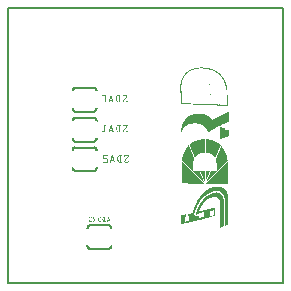
<source format=gbo>
G04 MADE WITH FRITZING*
G04 WWW.FRITZING.ORG*
G04 DOUBLE SIDED*
G04 HOLES PLATED*
G04 CONTOUR ON CENTER OF CONTOUR VECTOR*
%ASAXBY*%
%FSLAX23Y23*%
%MOIN*%
%OFA0B0*%
%SFA1.0B1.0*%
%ADD10R,0.925197X0.925197X0.909197X0.909197*%
%ADD11C,0.008000*%
%ADD12R,0.001000X0.001000*%
%LNSILK0*%
G90*
G70*
G54D11*
X4Y921D02*
X921Y921D01*
X921Y4D01*
X4Y4D01*
X4Y921D01*
D02*
X291Y654D02*
X228Y654D01*
D02*
X228Y575D02*
X291Y575D01*
D02*
X291Y554D02*
X228Y554D01*
D02*
X228Y475D02*
X291Y475D01*
D02*
X291Y455D02*
X228Y455D01*
D02*
X228Y377D02*
X291Y377D01*
D02*
X277Y117D02*
X340Y117D01*
D02*
X340Y196D02*
X277Y196D01*
G36*
X743Y686D02*
X743Y686D01*
X743Y687D01*
X743Y687D01*
X743Y686D01*
G37*
D02*
G36*
X743Y688D02*
X743Y688D01*
X743Y688D01*
X743Y688D01*
X743Y688D01*
G37*
D02*
G36*
X743Y609D02*
X742Y609D01*
X742Y609D01*
X743Y609D01*
X743Y609D01*
G37*
D02*
G36*
X742Y608D02*
X742Y608D01*
X742Y608D01*
X742Y608D01*
X742Y608D01*
G37*
D02*
G36*
X742Y607D02*
X741Y607D01*
X741Y607D01*
X742Y607D01*
X742Y607D01*
G37*
D02*
G36*
X741Y493D02*
X741Y493D01*
X741Y492D01*
X739Y492D01*
X739Y539D01*
X732Y539D01*
X732Y537D01*
X728Y537D01*
X728Y533D01*
X719Y533D01*
X719Y533D01*
X719Y533D01*
X719Y532D01*
X718Y532D01*
X718Y532D01*
X718Y532D01*
X718Y531D01*
X718Y531D01*
X718Y531D01*
X717Y531D01*
X717Y531D01*
X716Y531D01*
X716Y530D01*
X716Y530D01*
X716Y530D01*
X716Y530D01*
X716Y529D01*
X715Y529D01*
X715Y529D01*
X715Y529D01*
X715Y529D01*
X714Y529D01*
X714Y528D01*
X714Y528D01*
X714Y528D01*
X711Y528D01*
X711Y528D01*
X710Y528D01*
X710Y527D01*
X710Y527D01*
X710Y560D01*
X711Y560D01*
X711Y561D01*
X712Y561D01*
X712Y561D01*
X712Y561D01*
X712Y562D01*
X713Y562D01*
X713Y562D01*
X714Y562D01*
X714Y562D01*
X715Y562D01*
X715Y563D01*
X716Y563D01*
X716Y563D01*
X716Y563D01*
X716Y564D01*
X717Y564D01*
X717Y564D01*
X718Y564D01*
X718Y564D01*
X719Y564D01*
X719Y565D01*
X720Y565D01*
X720Y565D01*
X720Y565D01*
X720Y566D01*
X721Y566D01*
X721Y566D01*
X722Y566D01*
X722Y566D01*
X723Y566D01*
X723Y567D01*
X724Y567D01*
X724Y567D01*
X724Y567D01*
X724Y568D01*
X725Y568D01*
X725Y568D01*
X726Y568D01*
X726Y568D01*
X727Y568D01*
X727Y569D01*
X728Y569D01*
X728Y569D01*
X728Y569D01*
X728Y570D01*
X729Y570D01*
X729Y570D01*
X730Y570D01*
X730Y570D01*
X731Y570D01*
X731Y571D01*
X732Y571D01*
X732Y571D01*
X733Y571D01*
X733Y572D01*
X734Y572D01*
X734Y572D01*
X734Y572D01*
X734Y572D01*
X735Y572D01*
X735Y573D01*
X736Y573D01*
X736Y573D01*
X737Y573D01*
X737Y574D01*
X738Y574D01*
X738Y574D01*
X739Y574D01*
X739Y574D01*
X739Y574D01*
X739Y575D01*
X740Y575D01*
X740Y575D01*
X741Y575D01*
X741Y576D01*
X741Y576D01*
X741Y493D01*
G37*
D02*
G36*
X739Y492D02*
X739Y492D01*
X739Y492D01*
X738Y492D01*
X738Y491D01*
X736Y491D01*
X736Y491D01*
X735Y491D01*
X735Y491D01*
X733Y491D01*
X733Y490D01*
X732Y490D01*
X732Y490D01*
X730Y490D01*
X730Y489D01*
X729Y489D01*
X729Y489D01*
X728Y489D01*
X728Y489D01*
X726Y489D01*
X726Y488D01*
X724Y488D01*
X724Y488D01*
X723Y488D01*
X723Y487D01*
X722Y487D01*
X722Y487D01*
X720Y487D01*
X720Y487D01*
X719Y487D01*
X719Y486D01*
X717Y486D01*
X717Y486D01*
X716Y486D01*
X716Y485D01*
X714Y485D01*
X714Y485D01*
X713Y485D01*
X713Y485D01*
X712Y485D01*
X712Y484D01*
X710Y484D01*
X710Y524D01*
X710Y524D01*
X710Y524D01*
X711Y524D01*
X711Y523D01*
X714Y523D01*
X714Y524D01*
X714Y524D01*
X714Y523D01*
X715Y523D01*
X715Y522D01*
X715Y522D01*
X715Y522D01*
X716Y522D01*
X716Y522D01*
X716Y522D01*
X716Y521D01*
X716Y521D01*
X716Y521D01*
X717Y521D01*
X717Y520D01*
X718Y520D01*
X718Y520D01*
X718Y520D01*
X718Y520D01*
X718Y520D01*
X718Y519D01*
X719Y519D01*
X719Y519D01*
X728Y519D01*
X728Y514D01*
X732Y514D01*
X732Y512D01*
X739Y512D01*
X739Y492D01*
G37*
D02*
G36*
X710Y484D02*
X710Y484D01*
X710Y560D01*
X710Y560D01*
X710Y484D01*
G37*
D02*
G36*
X710Y484D02*
X710Y484D01*
X710Y560D01*
X710Y560D01*
X710Y484D01*
G37*
D02*
G36*
X710Y484D02*
X709Y484D01*
X709Y528D01*
X708Y528D01*
X708Y527D01*
X708Y527D01*
X708Y527D01*
X707Y527D01*
X707Y527D01*
X706Y527D01*
X706Y526D01*
X705Y526D01*
X705Y526D01*
X705Y526D01*
X705Y525D01*
X704Y525D01*
X704Y525D01*
X703Y525D01*
X703Y524D01*
X703Y524D01*
X703Y524D01*
X702Y524D01*
X702Y524D01*
X701Y524D01*
X701Y523D01*
X701Y523D01*
X701Y523D01*
X700Y523D01*
X700Y522D01*
X699Y522D01*
X699Y522D01*
X699Y522D01*
X699Y522D01*
X698Y522D01*
X698Y521D01*
X697Y521D01*
X697Y521D01*
X697Y521D01*
X697Y520D01*
X696Y520D01*
X696Y520D01*
X695Y520D01*
X695Y520D01*
X695Y520D01*
X695Y519D01*
X694Y519D01*
X694Y519D01*
X693Y519D01*
X693Y518D01*
X693Y518D01*
X693Y518D01*
X692Y518D01*
X692Y518D01*
X691Y518D01*
X691Y517D01*
X691Y517D01*
X691Y517D01*
X690Y517D01*
X690Y516D01*
X689Y516D01*
X689Y516D01*
X689Y516D01*
X689Y516D01*
X688Y516D01*
X688Y515D01*
X687Y515D01*
X687Y515D01*
X687Y515D01*
X687Y514D01*
X686Y514D01*
X686Y514D01*
X685Y514D01*
X685Y514D01*
X685Y514D01*
X685Y513D01*
X684Y513D01*
X684Y513D01*
X683Y513D01*
X683Y512D01*
X683Y512D01*
X683Y512D01*
X682Y512D01*
X682Y512D01*
X681Y512D01*
X681Y511D01*
X680Y511D01*
X680Y511D01*
X680Y511D01*
X680Y510D01*
X679Y510D01*
X679Y510D01*
X678Y510D01*
X678Y510D01*
X678Y510D01*
X678Y509D01*
X677Y509D01*
X677Y509D01*
X676Y509D01*
X676Y508D01*
X676Y508D01*
X676Y508D01*
X675Y508D01*
X675Y508D01*
X674Y508D01*
X674Y507D01*
X673Y507D01*
X673Y507D01*
X673Y507D01*
X673Y506D01*
X672Y506D01*
X672Y506D01*
X671Y506D01*
X671Y506D01*
X671Y506D01*
X671Y505D01*
X670Y505D01*
X670Y506D01*
X670Y506D01*
X670Y507D01*
X670Y507D01*
X670Y508D01*
X669Y508D01*
X669Y509D01*
X669Y509D01*
X669Y510D01*
X668Y510D01*
X668Y511D01*
X668Y511D01*
X668Y512D01*
X668Y512D01*
X668Y512D01*
X667Y512D01*
X667Y513D01*
X667Y513D01*
X667Y514D01*
X666Y514D01*
X666Y514D01*
X666Y514D01*
X666Y515D01*
X666Y515D01*
X666Y516D01*
X665Y516D01*
X665Y516D01*
X665Y516D01*
X665Y517D01*
X664Y517D01*
X664Y518D01*
X664Y518D01*
X664Y518D01*
X664Y518D01*
X664Y518D01*
X663Y518D01*
X663Y519D01*
X663Y519D01*
X663Y520D01*
X662Y520D01*
X662Y520D01*
X662Y520D01*
X662Y520D01*
X662Y520D01*
X662Y521D01*
X661Y521D01*
X661Y521D01*
X661Y521D01*
X661Y522D01*
X660Y522D01*
X660Y522D01*
X660Y522D01*
X660Y522D01*
X660Y522D01*
X660Y523D01*
X659Y523D01*
X659Y523D01*
X659Y523D01*
X659Y524D01*
X658Y524D01*
X658Y524D01*
X658Y524D01*
X658Y524D01*
X658Y524D01*
X658Y525D01*
X657Y525D01*
X657Y525D01*
X656Y525D01*
X656Y526D01*
X656Y526D01*
X656Y526D01*
X656Y526D01*
X656Y527D01*
X655Y527D01*
X655Y527D01*
X654Y527D01*
X654Y527D01*
X654Y527D01*
X654Y528D01*
X653Y528D01*
X653Y528D01*
X652Y528D01*
X652Y529D01*
X652Y529D01*
X652Y529D01*
X651Y529D01*
X651Y529D01*
X650Y529D01*
X650Y530D01*
X650Y530D01*
X650Y530D01*
X649Y530D01*
X649Y531D01*
X648Y531D01*
X648Y531D01*
X648Y531D01*
X648Y531D01*
X647Y531D01*
X647Y532D01*
X646Y532D01*
X646Y532D01*
X645Y532D01*
X645Y533D01*
X644Y533D01*
X644Y533D01*
X643Y533D01*
X643Y533D01*
X641Y533D01*
X641Y534D01*
X640Y534D01*
X640Y534D01*
X639Y534D01*
X639Y535D01*
X637Y535D01*
X637Y535D01*
X635Y535D01*
X635Y535D01*
X632Y535D01*
X632Y536D01*
X619Y536D01*
X619Y535D01*
X616Y535D01*
X616Y535D01*
X614Y535D01*
X614Y535D01*
X613Y535D01*
X613Y534D01*
X611Y534D01*
X611Y534D01*
X610Y534D01*
X610Y533D01*
X608Y533D01*
X608Y533D01*
X607Y533D01*
X607Y533D01*
X606Y533D01*
X606Y532D01*
X606Y532D01*
X606Y532D01*
X604Y532D01*
X604Y531D01*
X604Y531D01*
X604Y531D01*
X603Y531D01*
X603Y531D01*
X602Y531D01*
X602Y530D01*
X601Y530D01*
X601Y530D01*
X601Y530D01*
X601Y529D01*
X600Y529D01*
X600Y529D01*
X599Y529D01*
X599Y529D01*
X599Y529D01*
X599Y528D01*
X598Y528D01*
X598Y528D01*
X598Y528D01*
X598Y527D01*
X597Y527D01*
X597Y527D01*
X596Y527D01*
X596Y527D01*
X596Y527D01*
X596Y526D01*
X595Y526D01*
X595Y526D01*
X595Y526D01*
X595Y525D01*
X594Y525D01*
X594Y525D01*
X594Y525D01*
X594Y524D01*
X593Y524D01*
X593Y524D01*
X593Y524D01*
X593Y524D01*
X592Y524D01*
X592Y523D01*
X592Y523D01*
X592Y523D01*
X592Y523D01*
X592Y522D01*
X591Y522D01*
X591Y522D01*
X591Y522D01*
X591Y522D01*
X590Y522D01*
X590Y521D01*
X590Y521D01*
X590Y521D01*
X590Y521D01*
X590Y520D01*
X589Y520D01*
X589Y520D01*
X589Y520D01*
X589Y520D01*
X588Y520D01*
X588Y519D01*
X588Y519D01*
X588Y518D01*
X588Y518D01*
X588Y518D01*
X587Y518D01*
X587Y518D01*
X587Y518D01*
X587Y517D01*
X586Y517D01*
X586Y516D01*
X586Y516D01*
X586Y516D01*
X586Y516D01*
X586Y515D01*
X585Y515D01*
X585Y514D01*
X585Y514D01*
X585Y514D01*
X584Y514D01*
X584Y513D01*
X584Y513D01*
X584Y512D01*
X584Y512D01*
X584Y512D01*
X583Y512D01*
X583Y511D01*
X583Y511D01*
X583Y510D01*
X582Y510D01*
X582Y509D01*
X582Y509D01*
X582Y508D01*
X582Y508D01*
X582Y507D01*
X581Y507D01*
X581Y506D01*
X581Y506D01*
X581Y505D01*
X580Y505D01*
X580Y503D01*
X580Y503D01*
X580Y501D01*
X579Y501D01*
X579Y509D01*
X580Y509D01*
X580Y514D01*
X580Y514D01*
X580Y517D01*
X581Y517D01*
X581Y519D01*
X581Y519D01*
X581Y521D01*
X582Y521D01*
X582Y523D01*
X582Y523D01*
X582Y524D01*
X582Y524D01*
X582Y526D01*
X583Y526D01*
X583Y528D01*
X583Y528D01*
X583Y529D01*
X584Y529D01*
X584Y530D01*
X584Y530D01*
X584Y531D01*
X584Y531D01*
X584Y532D01*
X585Y532D01*
X585Y533D01*
X585Y533D01*
X585Y534D01*
X586Y534D01*
X586Y535D01*
X586Y535D01*
X586Y536D01*
X586Y536D01*
X586Y537D01*
X587Y537D01*
X587Y538D01*
X587Y538D01*
X587Y539D01*
X588Y539D01*
X588Y539D01*
X588Y539D01*
X588Y540D01*
X588Y540D01*
X588Y541D01*
X589Y541D01*
X589Y541D01*
X589Y541D01*
X589Y542D01*
X590Y542D01*
X590Y543D01*
X590Y543D01*
X590Y543D01*
X590Y543D01*
X590Y544D01*
X591Y544D01*
X591Y545D01*
X591Y545D01*
X591Y545D01*
X592Y545D01*
X592Y546D01*
X592Y546D01*
X592Y546D01*
X592Y546D01*
X592Y547D01*
X593Y547D01*
X593Y547D01*
X593Y547D01*
X593Y548D01*
X594Y548D01*
X594Y548D01*
X594Y548D01*
X594Y549D01*
X594Y549D01*
X594Y549D01*
X595Y549D01*
X595Y550D01*
X595Y550D01*
X595Y550D01*
X596Y550D01*
X596Y551D01*
X596Y551D01*
X596Y551D01*
X596Y551D01*
X596Y551D01*
X597Y551D01*
X597Y552D01*
X597Y552D01*
X597Y552D01*
X598Y552D01*
X598Y553D01*
X598Y553D01*
X598Y553D01*
X598Y553D01*
X598Y553D01*
X599Y553D01*
X599Y554D01*
X599Y554D01*
X599Y554D01*
X600Y554D01*
X600Y555D01*
X600Y555D01*
X600Y555D01*
X601Y555D01*
X601Y555D01*
X601Y555D01*
X601Y556D01*
X602Y556D01*
X602Y556D01*
X602Y556D01*
X602Y557D01*
X603Y557D01*
X603Y557D01*
X603Y557D01*
X603Y557D01*
X604Y557D01*
X604Y558D01*
X604Y558D01*
X604Y558D01*
X605Y558D01*
X605Y559D01*
X606Y559D01*
X606Y559D01*
X606Y559D01*
X606Y560D01*
X607Y560D01*
X607Y560D01*
X608Y560D01*
X608Y560D01*
X608Y560D01*
X608Y561D01*
X609Y561D01*
X609Y561D01*
X610Y561D01*
X610Y562D01*
X610Y562D01*
X610Y562D01*
X611Y562D01*
X611Y562D01*
X612Y562D01*
X612Y563D01*
X613Y563D01*
X613Y563D01*
X614Y563D01*
X614Y564D01*
X615Y564D01*
X615Y564D01*
X616Y564D01*
X616Y564D01*
X617Y564D01*
X617Y565D01*
X618Y565D01*
X618Y565D01*
X620Y565D01*
X620Y566D01*
X621Y566D01*
X621Y566D01*
X623Y566D01*
X623Y566D01*
X624Y566D01*
X624Y567D01*
X626Y567D01*
X626Y567D01*
X629Y567D01*
X629Y568D01*
X631Y568D01*
X631Y568D01*
X636Y568D01*
X636Y568D01*
X646Y568D01*
X646Y568D01*
X650Y568D01*
X650Y568D01*
X652Y568D01*
X652Y567D01*
X654Y567D01*
X654Y567D01*
X655Y567D01*
X655Y566D01*
X656Y566D01*
X656Y566D01*
X658Y566D01*
X658Y566D01*
X659Y566D01*
X659Y565D01*
X660Y565D01*
X660Y565D01*
X661Y565D01*
X661Y564D01*
X662Y564D01*
X662Y564D01*
X663Y564D01*
X663Y564D01*
X664Y564D01*
X664Y563D01*
X665Y563D01*
X665Y563D01*
X666Y563D01*
X666Y562D01*
X666Y562D01*
X666Y562D01*
X667Y562D01*
X667Y562D01*
X668Y562D01*
X668Y561D01*
X668Y561D01*
X668Y561D01*
X669Y561D01*
X669Y560D01*
X670Y560D01*
X670Y560D01*
X671Y560D01*
X671Y560D01*
X671Y560D01*
X671Y559D01*
X672Y559D01*
X672Y559D01*
X672Y559D01*
X672Y558D01*
X673Y558D01*
X673Y558D01*
X674Y558D01*
X674Y557D01*
X675Y557D01*
X675Y557D01*
X675Y557D01*
X675Y557D01*
X676Y557D01*
X676Y556D01*
X676Y556D01*
X676Y556D01*
X677Y556D01*
X677Y555D01*
X677Y555D01*
X677Y555D01*
X678Y555D01*
X678Y555D01*
X678Y555D01*
X678Y554D01*
X679Y554D01*
X679Y554D01*
X679Y554D01*
X679Y553D01*
X679Y553D01*
X679Y553D01*
X680Y553D01*
X680Y553D01*
X680Y553D01*
X680Y552D01*
X681Y552D01*
X681Y552D01*
X681Y552D01*
X681Y551D01*
X681Y551D01*
X681Y551D01*
X682Y551D01*
X682Y551D01*
X682Y551D01*
X682Y550D01*
X683Y550D01*
X683Y550D01*
X683Y550D01*
X683Y549D01*
X683Y549D01*
X683Y549D01*
X684Y549D01*
X684Y548D01*
X684Y548D01*
X684Y548D01*
X685Y548D01*
X685Y548D01*
X686Y548D01*
X686Y549D01*
X687Y549D01*
X687Y549D01*
X688Y549D01*
X688Y549D01*
X689Y549D01*
X689Y550D01*
X689Y550D01*
X689Y550D01*
X690Y550D01*
X690Y551D01*
X691Y551D01*
X691Y551D01*
X692Y551D01*
X692Y551D01*
X693Y551D01*
X693Y552D01*
X693Y552D01*
X693Y552D01*
X694Y552D01*
X694Y553D01*
X695Y553D01*
X695Y553D01*
X696Y553D01*
X696Y553D01*
X697Y553D01*
X697Y554D01*
X698Y554D01*
X698Y554D01*
X699Y554D01*
X699Y555D01*
X699Y555D01*
X699Y555D01*
X700Y555D01*
X700Y555D01*
X701Y555D01*
X701Y556D01*
X702Y556D01*
X702Y556D01*
X703Y556D01*
X703Y557D01*
X703Y557D01*
X703Y557D01*
X704Y557D01*
X704Y557D01*
X705Y557D01*
X705Y558D01*
X706Y558D01*
X706Y558D01*
X707Y558D01*
X707Y559D01*
X708Y559D01*
X708Y559D01*
X708Y559D01*
X708Y560D01*
X709Y560D01*
X709Y560D01*
X710Y560D01*
X710Y484D01*
G37*
D02*
G36*
X741Y692D02*
X741Y692D01*
X741Y693D01*
X741Y693D01*
X741Y692D01*
G37*
D02*
G36*
X741Y694D02*
X741Y694D01*
X741Y694D01*
X741Y694D01*
X741Y694D01*
G37*
D02*
G36*
X737Y516D02*
X737Y516D01*
X737Y516D01*
X737Y516D01*
X737Y516D01*
G37*
D02*
G36*
X737Y535D02*
X737Y535D01*
X737Y535D01*
X737Y535D01*
X737Y535D01*
G37*
D02*
G36*
X737Y595D02*
X737Y595D01*
X737Y597D01*
X737Y597D01*
X737Y595D01*
G37*
D02*
G36*
X737Y599D02*
X737Y599D01*
X737Y599D01*
X737Y599D01*
X737Y599D01*
G37*
D02*
G36*
X737Y595D02*
X736Y595D01*
X736Y604D01*
X737Y604D01*
X737Y595D01*
G37*
D02*
G36*
X737Y595D02*
X736Y595D01*
X736Y604D01*
X737Y604D01*
X737Y595D01*
G37*
D02*
G36*
X736Y595D02*
X734Y595D01*
X734Y602D01*
X733Y602D01*
X733Y611D01*
X733Y611D01*
X733Y620D01*
X732Y620D01*
X732Y630D01*
X732Y630D01*
X732Y638D01*
X732Y638D01*
X732Y646D01*
X731Y646D01*
X731Y650D01*
X731Y650D01*
X731Y653D01*
X730Y653D01*
X730Y655D01*
X730Y655D01*
X730Y657D01*
X730Y657D01*
X730Y659D01*
X729Y659D01*
X729Y659D01*
X729Y659D01*
X729Y661D01*
X728Y661D01*
X728Y663D01*
X728Y663D01*
X728Y664D01*
X728Y664D01*
X728Y665D01*
X727Y665D01*
X727Y667D01*
X727Y667D01*
X727Y668D01*
X726Y668D01*
X726Y669D01*
X726Y669D01*
X726Y670D01*
X726Y670D01*
X726Y671D01*
X725Y671D01*
X725Y672D01*
X725Y672D01*
X725Y673D01*
X724Y673D01*
X724Y674D01*
X724Y674D01*
X724Y675D01*
X724Y675D01*
X724Y676D01*
X723Y676D01*
X723Y677D01*
X723Y677D01*
X723Y677D01*
X722Y677D01*
X722Y678D01*
X722Y678D01*
X722Y679D01*
X722Y679D01*
X722Y680D01*
X721Y680D01*
X721Y681D01*
X721Y681D01*
X721Y681D01*
X720Y681D01*
X720Y682D01*
X720Y682D01*
X720Y683D01*
X720Y683D01*
X720Y683D01*
X719Y683D01*
X719Y684D01*
X719Y684D01*
X719Y684D01*
X718Y684D01*
X718Y685D01*
X718Y685D01*
X718Y686D01*
X718Y686D01*
X718Y686D01*
X717Y686D01*
X717Y687D01*
X717Y687D01*
X717Y688D01*
X716Y688D01*
X716Y688D01*
X716Y688D01*
X716Y689D01*
X716Y689D01*
X716Y689D01*
X715Y689D01*
X715Y690D01*
X715Y690D01*
X715Y690D01*
X714Y690D01*
X714Y691D01*
X714Y691D01*
X714Y691D01*
X714Y691D01*
X714Y692D01*
X713Y692D01*
X713Y692D01*
X713Y692D01*
X713Y693D01*
X712Y693D01*
X712Y693D01*
X712Y693D01*
X712Y694D01*
X712Y694D01*
X712Y694D01*
X711Y694D01*
X711Y695D01*
X710Y695D01*
X710Y695D01*
X710Y695D01*
X710Y696D01*
X710Y696D01*
X710Y696D01*
X709Y696D01*
X709Y697D01*
X708Y697D01*
X708Y698D01*
X708Y698D01*
X708Y698D01*
X707Y698D01*
X707Y698D01*
X707Y698D01*
X707Y699D01*
X706Y699D01*
X706Y699D01*
X706Y699D01*
X706Y700D01*
X705Y700D01*
X705Y700D01*
X705Y700D01*
X705Y700D01*
X705Y700D01*
X705Y701D01*
X704Y701D01*
X704Y701D01*
X703Y701D01*
X703Y702D01*
X703Y702D01*
X703Y702D01*
X703Y702D01*
X703Y702D01*
X702Y702D01*
X702Y703D01*
X701Y703D01*
X701Y703D01*
X701Y703D01*
X701Y704D01*
X700Y704D01*
X700Y704D01*
X700Y704D01*
X700Y704D01*
X699Y704D01*
X699Y705D01*
X699Y705D01*
X699Y705D01*
X698Y705D01*
X698Y706D01*
X697Y706D01*
X697Y706D01*
X697Y706D01*
X697Y706D01*
X696Y706D01*
X696Y707D01*
X695Y707D01*
X695Y707D01*
X695Y707D01*
X695Y708D01*
X694Y708D01*
X694Y708D01*
X693Y708D01*
X693Y708D01*
X693Y708D01*
X693Y709D01*
X692Y709D01*
X692Y709D01*
X691Y709D01*
X691Y710D01*
X690Y710D01*
X690Y710D01*
X689Y710D01*
X689Y710D01*
X689Y710D01*
X689Y711D01*
X688Y711D01*
X688Y711D01*
X687Y711D01*
X687Y712D01*
X686Y712D01*
X686Y712D01*
X685Y712D01*
X685Y712D01*
X684Y712D01*
X684Y713D01*
X683Y713D01*
X683Y713D01*
X682Y713D01*
X682Y714D01*
X680Y714D01*
X680Y714D01*
X679Y714D01*
X679Y714D01*
X677Y714D01*
X677Y715D01*
X676Y715D01*
X676Y715D01*
X675Y715D01*
X675Y716D01*
X673Y716D01*
X673Y716D01*
X672Y716D01*
X672Y717D01*
X670Y717D01*
X670Y717D01*
X666Y717D01*
X666Y717D01*
X664Y717D01*
X664Y718D01*
X662Y718D01*
X662Y718D01*
X658Y718D01*
X658Y719D01*
X656Y719D01*
X656Y718D01*
X655Y718D01*
X655Y719D01*
X648Y719D01*
X648Y719D01*
X647Y719D01*
X647Y719D01*
X641Y719D01*
X641Y718D01*
X636Y718D01*
X636Y718D01*
X634Y718D01*
X634Y717D01*
X631Y717D01*
X631Y717D01*
X629Y717D01*
X629Y717D01*
X627Y717D01*
X627Y716D01*
X625Y716D01*
X625Y716D01*
X624Y716D01*
X624Y715D01*
X623Y715D01*
X623Y715D01*
X622Y715D01*
X622Y714D01*
X620Y714D01*
X620Y714D01*
X619Y714D01*
X619Y714D01*
X618Y714D01*
X618Y713D01*
X617Y713D01*
X617Y713D01*
X616Y713D01*
X616Y712D01*
X615Y712D01*
X615Y712D01*
X615Y712D01*
X615Y712D01*
X613Y712D01*
X613Y711D01*
X613Y711D01*
X613Y711D01*
X612Y711D01*
X612Y710D01*
X611Y710D01*
X611Y710D01*
X610Y710D01*
X610Y710D01*
X610Y710D01*
X610Y709D01*
X609Y709D01*
X609Y709D01*
X608Y709D01*
X608Y708D01*
X607Y708D01*
X607Y708D01*
X606Y708D01*
X606Y708D01*
X606Y708D01*
X606Y707D01*
X606Y707D01*
X606Y707D01*
X605Y707D01*
X605Y706D01*
X604Y706D01*
X604Y706D01*
X604Y706D01*
X604Y706D01*
X603Y706D01*
X603Y705D01*
X603Y705D01*
X603Y705D01*
X602Y705D01*
X602Y704D01*
X602Y704D01*
X602Y704D01*
X602Y704D01*
X602Y704D01*
X601Y704D01*
X601Y703D01*
X600Y703D01*
X600Y703D01*
X600Y703D01*
X600Y702D01*
X600Y702D01*
X600Y702D01*
X599Y702D01*
X599Y702D01*
X599Y702D01*
X599Y701D01*
X598Y701D01*
X598Y701D01*
X598Y701D01*
X598Y700D01*
X598Y700D01*
X598Y700D01*
X597Y700D01*
X597Y700D01*
X597Y700D01*
X597Y699D01*
X596Y699D01*
X596Y699D01*
X596Y699D01*
X596Y698D01*
X596Y698D01*
X596Y698D01*
X595Y698D01*
X595Y697D01*
X595Y697D01*
X595Y697D01*
X594Y697D01*
X594Y696D01*
X594Y696D01*
X594Y696D01*
X594Y696D01*
X594Y695D01*
X593Y695D01*
X593Y694D01*
X593Y694D01*
X593Y694D01*
X592Y694D01*
X592Y694D01*
X592Y694D01*
X592Y693D01*
X592Y693D01*
X592Y692D01*
X591Y692D01*
X591Y692D01*
X591Y692D01*
X591Y691D01*
X590Y691D01*
X590Y690D01*
X590Y690D01*
X590Y690D01*
X590Y690D01*
X590Y689D01*
X589Y689D01*
X589Y688D01*
X589Y688D01*
X589Y688D01*
X588Y688D01*
X588Y687D01*
X588Y687D01*
X588Y686D01*
X588Y686D01*
X588Y685D01*
X587Y685D01*
X587Y684D01*
X587Y684D01*
X587Y684D01*
X586Y684D01*
X586Y682D01*
X586Y682D01*
X586Y681D01*
X586Y681D01*
X586Y680D01*
X585Y680D01*
X585Y679D01*
X585Y679D01*
X585Y678D01*
X584Y678D01*
X584Y677D01*
X584Y677D01*
X584Y675D01*
X584Y675D01*
X584Y674D01*
X583Y674D01*
X583Y672D01*
X583Y672D01*
X583Y670D01*
X582Y670D01*
X582Y668D01*
X582Y668D01*
X582Y665D01*
X582Y665D01*
X582Y665D01*
X581Y665D01*
X581Y661D01*
X581Y661D01*
X581Y677D01*
X581Y677D01*
X581Y679D01*
X582Y679D01*
X582Y680D01*
X582Y680D01*
X582Y681D01*
X582Y681D01*
X582Y681D01*
X583Y681D01*
X583Y682D01*
X583Y682D01*
X583Y684D01*
X584Y684D01*
X584Y684D01*
X584Y684D01*
X584Y686D01*
X584Y686D01*
X584Y686D01*
X585Y686D01*
X585Y687D01*
X585Y687D01*
X585Y688D01*
X586Y688D01*
X586Y689D01*
X586Y689D01*
X586Y690D01*
X586Y690D01*
X586Y690D01*
X587Y690D01*
X587Y691D01*
X587Y691D01*
X587Y692D01*
X588Y692D01*
X588Y692D01*
X588Y692D01*
X588Y693D01*
X588Y693D01*
X588Y694D01*
X589Y694D01*
X589Y694D01*
X589Y694D01*
X589Y695D01*
X590Y695D01*
X590Y696D01*
X590Y696D01*
X590Y696D01*
X590Y696D01*
X590Y697D01*
X591Y697D01*
X591Y698D01*
X591Y698D01*
X591Y698D01*
X592Y698D01*
X592Y698D01*
X592Y698D01*
X592Y699D01*
X592Y699D01*
X592Y700D01*
X593Y700D01*
X593Y700D01*
X593Y700D01*
X593Y700D01*
X594Y700D01*
X594Y701D01*
X594Y701D01*
X594Y701D01*
X594Y701D01*
X594Y702D01*
X595Y702D01*
X595Y702D01*
X595Y702D01*
X595Y703D01*
X596Y703D01*
X596Y703D01*
X596Y703D01*
X596Y704D01*
X596Y704D01*
X596Y704D01*
X597Y704D01*
X597Y704D01*
X598Y704D01*
X598Y705D01*
X598Y705D01*
X598Y705D01*
X598Y705D01*
X598Y706D01*
X599Y706D01*
X599Y706D01*
X599Y706D01*
X599Y706D01*
X600Y706D01*
X600Y707D01*
X600Y707D01*
X600Y707D01*
X601Y707D01*
X601Y708D01*
X601Y708D01*
X601Y708D01*
X602Y708D01*
X602Y708D01*
X602Y708D01*
X602Y709D01*
X603Y709D01*
X603Y709D01*
X603Y709D01*
X603Y710D01*
X604Y710D01*
X604Y710D01*
X604Y710D01*
X604Y710D01*
X605Y710D01*
X605Y711D01*
X606Y711D01*
X606Y711D01*
X606Y711D01*
X606Y712D01*
X607Y712D01*
X607Y712D01*
X608Y712D01*
X608Y712D01*
X609Y712D01*
X609Y713D01*
X610Y713D01*
X610Y713D01*
X610Y713D01*
X610Y714D01*
X611Y714D01*
X611Y714D01*
X612Y714D01*
X612Y714D01*
X613Y714D01*
X613Y715D01*
X613Y715D01*
X613Y715D01*
X615Y715D01*
X615Y716D01*
X615Y716D01*
X615Y716D01*
X617Y716D01*
X617Y717D01*
X617Y717D01*
X617Y717D01*
X619Y717D01*
X619Y717D01*
X620Y717D01*
X620Y718D01*
X621Y718D01*
X621Y718D01*
X623Y718D01*
X623Y719D01*
X624Y719D01*
X624Y719D01*
X625Y719D01*
X625Y719D01*
X627Y719D01*
X627Y720D01*
X629Y720D01*
X629Y720D01*
X631Y720D01*
X631Y721D01*
X634Y721D01*
X634Y721D01*
X634Y721D01*
X634Y721D01*
X635Y721D01*
X635Y721D01*
X636Y721D01*
X636Y721D01*
X642Y721D01*
X642Y722D01*
X655Y722D01*
X655Y721D01*
X661Y721D01*
X661Y721D01*
X664Y721D01*
X664Y721D01*
X667Y721D01*
X667Y720D01*
X670Y720D01*
X670Y720D01*
X672Y720D01*
X672Y719D01*
X674Y719D01*
X674Y719D01*
X675Y719D01*
X675Y719D01*
X677Y719D01*
X677Y718D01*
X678Y718D01*
X678Y718D01*
X680Y718D01*
X680Y717D01*
X681Y717D01*
X681Y717D01*
X683Y717D01*
X683Y717D01*
X683Y717D01*
X683Y716D01*
X685Y716D01*
X685Y716D01*
X686Y716D01*
X686Y715D01*
X687Y715D01*
X687Y715D01*
X688Y715D01*
X688Y714D01*
X689Y714D01*
X689Y714D01*
X689Y714D01*
X689Y714D01*
X691Y714D01*
X691Y713D01*
X691Y713D01*
X691Y713D01*
X692Y713D01*
X692Y712D01*
X693Y712D01*
X693Y712D01*
X694Y712D01*
X694Y712D01*
X695Y712D01*
X695Y711D01*
X695Y711D01*
X695Y711D01*
X696Y711D01*
X696Y710D01*
X697Y710D01*
X697Y710D01*
X697Y710D01*
X697Y710D01*
X698Y710D01*
X698Y709D01*
X699Y709D01*
X699Y709D01*
X699Y709D01*
X699Y708D01*
X700Y708D01*
X700Y708D01*
X701Y708D01*
X701Y708D01*
X701Y708D01*
X701Y707D01*
X702Y707D01*
X702Y707D01*
X702Y707D01*
X702Y706D01*
X703Y706D01*
X703Y706D01*
X703Y706D01*
X703Y706D01*
X704Y706D01*
X704Y705D01*
X705Y705D01*
X705Y705D01*
X705Y705D01*
X705Y704D01*
X705Y704D01*
X705Y704D01*
X706Y704D01*
X706Y704D01*
X707Y704D01*
X707Y703D01*
X707Y703D01*
X707Y703D01*
X708Y703D01*
X708Y702D01*
X708Y702D01*
X708Y702D01*
X708Y702D01*
X708Y702D01*
X709Y702D01*
X709Y701D01*
X709Y701D01*
X709Y701D01*
X710Y701D01*
X710Y700D01*
X710Y700D01*
X710Y700D01*
X711Y700D01*
X711Y700D01*
X711Y700D01*
X711Y699D01*
X712Y699D01*
X712Y699D01*
X712Y699D01*
X712Y698D01*
X712Y698D01*
X712Y698D01*
X713Y698D01*
X713Y698D01*
X713Y698D01*
X713Y697D01*
X714Y697D01*
X714Y696D01*
X714Y696D01*
X714Y696D01*
X714Y696D01*
X714Y696D01*
X715Y696D01*
X715Y695D01*
X715Y695D01*
X715Y695D01*
X716Y695D01*
X716Y694D01*
X716Y694D01*
X716Y694D01*
X716Y694D01*
X716Y693D01*
X717Y693D01*
X717Y693D01*
X717Y693D01*
X717Y692D01*
X718Y692D01*
X718Y692D01*
X718Y692D01*
X718Y691D01*
X718Y691D01*
X718Y691D01*
X719Y691D01*
X719Y690D01*
X719Y690D01*
X719Y690D01*
X720Y690D01*
X720Y689D01*
X720Y689D01*
X720Y688D01*
X720Y688D01*
X720Y688D01*
X721Y688D01*
X721Y687D01*
X721Y687D01*
X721Y687D01*
X722Y687D01*
X722Y686D01*
X722Y686D01*
X722Y685D01*
X722Y685D01*
X722Y685D01*
X723Y685D01*
X723Y684D01*
X723Y684D01*
X723Y683D01*
X724Y683D01*
X724Y682D01*
X724Y682D01*
X724Y682D01*
X724Y682D01*
X724Y681D01*
X725Y681D01*
X725Y680D01*
X725Y680D01*
X725Y679D01*
X726Y679D01*
X726Y679D01*
X726Y679D01*
X726Y678D01*
X726Y678D01*
X726Y677D01*
X727Y677D01*
X727Y676D01*
X727Y676D01*
X727Y675D01*
X728Y675D01*
X728Y674D01*
X728Y674D01*
X728Y673D01*
X728Y673D01*
X728Y672D01*
X729Y672D01*
X729Y671D01*
X729Y671D01*
X729Y670D01*
X730Y670D01*
X730Y669D01*
X730Y669D01*
X730Y668D01*
X730Y668D01*
X730Y667D01*
X731Y667D01*
X731Y665D01*
X731Y665D01*
X731Y664D01*
X732Y664D01*
X732Y663D01*
X732Y663D01*
X732Y661D01*
X732Y661D01*
X732Y659D01*
X733Y659D01*
X733Y657D01*
X733Y657D01*
X733Y655D01*
X734Y655D01*
X734Y653D01*
X734Y653D01*
X734Y650D01*
X734Y650D01*
X734Y646D01*
X735Y646D01*
X735Y638D01*
X735Y638D01*
X735Y629D01*
X736Y629D01*
X736Y620D01*
X736Y620D01*
X736Y611D01*
X736Y611D01*
X736Y595D01*
G37*
D02*
G36*
X734Y595D02*
X722Y595D01*
X722Y595D01*
X711Y595D01*
X711Y595D01*
X700Y595D01*
X700Y596D01*
X689Y596D01*
X689Y596D01*
X678Y596D01*
X678Y597D01*
X667Y597D01*
X667Y597D01*
X666Y597D01*
X666Y597D01*
X662Y597D01*
X662Y597D01*
X651Y597D01*
X651Y597D01*
X640Y597D01*
X640Y598D01*
X633Y598D01*
X633Y598D01*
X621Y598D01*
X621Y599D01*
X611Y599D01*
X611Y599D01*
X600Y599D01*
X600Y599D01*
X589Y599D01*
X589Y600D01*
X581Y600D01*
X581Y602D01*
X581Y602D01*
X581Y649D01*
X581Y649D01*
X581Y642D01*
X582Y642D01*
X582Y642D01*
X582Y642D01*
X582Y636D01*
X582Y636D01*
X582Y630D01*
X583Y630D01*
X583Y624D01*
X583Y624D01*
X583Y617D01*
X584Y617D01*
X584Y612D01*
X584Y612D01*
X584Y605D01*
X584Y605D01*
X584Y603D01*
X592Y603D01*
X592Y602D01*
X604Y602D01*
X604Y602D01*
X615Y602D01*
X615Y601D01*
X626Y601D01*
X626Y601D01*
X637Y601D01*
X637Y601D01*
X648Y601D01*
X648Y600D01*
X659Y600D01*
X659Y600D01*
X670Y600D01*
X670Y599D01*
X674Y599D01*
X674Y600D01*
X676Y600D01*
X676Y599D01*
X681Y599D01*
X681Y599D01*
X685Y599D01*
X685Y599D01*
X687Y599D01*
X687Y599D01*
X693Y599D01*
X693Y599D01*
X697Y599D01*
X697Y599D01*
X698Y599D01*
X698Y599D01*
X703Y599D01*
X703Y598D01*
X708Y598D01*
X708Y599D01*
X709Y599D01*
X709Y598D01*
X715Y598D01*
X715Y598D01*
X720Y598D01*
X720Y598D01*
X720Y598D01*
X720Y598D01*
X726Y598D01*
X726Y597D01*
X731Y597D01*
X731Y598D01*
X731Y598D01*
X731Y597D01*
X734Y597D01*
X734Y595D01*
G37*
D02*
G36*
X730Y658D02*
X729Y658D01*
X729Y658D01*
X730Y658D01*
X730Y658D01*
G37*
D02*
G36*
X581Y608D02*
X580Y608D01*
X580Y676D01*
X581Y676D01*
X581Y608D01*
G37*
D02*
G36*
X581Y608D02*
X580Y608D01*
X580Y676D01*
X581Y676D01*
X581Y608D01*
G37*
D02*
G36*
X580Y614D02*
X580Y614D01*
X580Y620D01*
X579Y620D01*
X579Y626D01*
X579Y626D01*
X579Y632D01*
X579Y632D01*
X579Y638D01*
X578Y638D01*
X578Y644D01*
X578Y644D01*
X578Y651D01*
X577Y651D01*
X577Y659D01*
X578Y659D01*
X578Y664D01*
X578Y664D01*
X578Y667D01*
X579Y667D01*
X579Y669D01*
X579Y669D01*
X579Y671D01*
X579Y671D01*
X579Y673D01*
X580Y673D01*
X580Y675D01*
X580Y675D01*
X580Y614D01*
G37*
D02*
G36*
X737Y333D02*
X722Y333D01*
X722Y334D01*
X699Y334D01*
X699Y334D01*
X675Y334D01*
X675Y334D01*
X664Y334D01*
X664Y335D01*
X664Y335D01*
X664Y335D01*
X664Y335D01*
X664Y336D01*
X665Y336D01*
X665Y336D01*
X665Y336D01*
X665Y336D01*
X666Y336D01*
X666Y337D01*
X666Y337D01*
X666Y337D01*
X666Y337D01*
X666Y338D01*
X667Y338D01*
X667Y338D01*
X667Y338D01*
X667Y339D01*
X668Y339D01*
X668Y339D01*
X668Y339D01*
X668Y339D01*
X668Y339D01*
X668Y340D01*
X669Y340D01*
X669Y340D01*
X669Y340D01*
X669Y341D01*
X670Y341D01*
X670Y341D01*
X670Y341D01*
X670Y341D01*
X670Y341D01*
X670Y342D01*
X671Y342D01*
X671Y342D01*
X671Y342D01*
X671Y343D01*
X672Y343D01*
X672Y343D01*
X672Y343D01*
X672Y343D01*
X672Y343D01*
X672Y344D01*
X673Y344D01*
X673Y344D01*
X673Y344D01*
X673Y345D01*
X674Y345D01*
X674Y345D01*
X674Y345D01*
X674Y345D01*
X675Y345D01*
X675Y346D01*
X675Y346D01*
X675Y346D01*
X675Y346D01*
X675Y347D01*
X676Y347D01*
X676Y347D01*
X676Y347D01*
X676Y347D01*
X677Y347D01*
X677Y348D01*
X677Y348D01*
X677Y348D01*
X677Y348D01*
X677Y349D01*
X678Y349D01*
X678Y349D01*
X678Y349D01*
X678Y349D01*
X679Y349D01*
X679Y350D01*
X679Y350D01*
X679Y350D01*
X679Y350D01*
X679Y351D01*
X680Y351D01*
X680Y351D01*
X680Y351D01*
X680Y351D01*
X681Y351D01*
X681Y352D01*
X681Y352D01*
X681Y352D01*
X681Y352D01*
X681Y353D01*
X682Y353D01*
X682Y353D01*
X682Y353D01*
X682Y353D01*
X683Y353D01*
X683Y354D01*
X683Y354D01*
X683Y354D01*
X683Y354D01*
X683Y355D01*
X684Y355D01*
X684Y355D01*
X684Y355D01*
X684Y355D01*
X685Y355D01*
X685Y356D01*
X685Y356D01*
X685Y356D01*
X685Y356D01*
X685Y357D01*
X686Y357D01*
X686Y357D01*
X686Y357D01*
X686Y357D01*
X687Y357D01*
X687Y358D01*
X687Y358D01*
X687Y358D01*
X687Y358D01*
X687Y359D01*
X688Y359D01*
X688Y359D01*
X688Y359D01*
X688Y359D01*
X689Y359D01*
X689Y360D01*
X689Y360D01*
X689Y360D01*
X689Y360D01*
X689Y361D01*
X690Y361D01*
X690Y361D01*
X690Y361D01*
X690Y361D01*
X691Y361D01*
X691Y362D01*
X691Y362D01*
X691Y362D01*
X691Y362D01*
X691Y363D01*
X692Y363D01*
X692Y363D01*
X692Y363D01*
X692Y363D01*
X693Y363D01*
X693Y364D01*
X693Y364D01*
X693Y364D01*
X693Y364D01*
X693Y365D01*
X694Y365D01*
X694Y365D01*
X694Y365D01*
X694Y365D01*
X695Y365D01*
X695Y366D01*
X695Y366D01*
X695Y366D01*
X695Y366D01*
X695Y367D01*
X696Y367D01*
X696Y367D01*
X696Y367D01*
X696Y367D01*
X697Y367D01*
X697Y368D01*
X697Y368D01*
X697Y368D01*
X697Y368D01*
X697Y369D01*
X698Y369D01*
X698Y369D01*
X698Y369D01*
X698Y370D01*
X699Y370D01*
X699Y370D01*
X699Y370D01*
X699Y370D01*
X699Y370D01*
X699Y371D01*
X700Y371D01*
X700Y371D01*
X700Y371D01*
X700Y372D01*
X701Y372D01*
X701Y372D01*
X701Y372D01*
X701Y372D01*
X701Y372D01*
X701Y373D01*
X702Y373D01*
X702Y373D01*
X702Y373D01*
X702Y374D01*
X703Y374D01*
X703Y374D01*
X703Y374D01*
X703Y374D01*
X703Y374D01*
X703Y375D01*
X704Y375D01*
X704Y375D01*
X704Y375D01*
X704Y376D01*
X705Y376D01*
X705Y376D01*
X705Y376D01*
X705Y376D01*
X705Y376D01*
X705Y377D01*
X706Y377D01*
X706Y377D01*
X706Y377D01*
X706Y378D01*
X707Y378D01*
X707Y378D01*
X707Y378D01*
X707Y378D01*
X708Y378D01*
X708Y379D01*
X708Y379D01*
X708Y379D01*
X708Y379D01*
X708Y380D01*
X709Y380D01*
X709Y380D01*
X709Y380D01*
X709Y380D01*
X710Y380D01*
X710Y381D01*
X710Y381D01*
X710Y381D01*
X710Y381D01*
X710Y382D01*
X711Y382D01*
X711Y382D01*
X711Y382D01*
X711Y382D01*
X712Y382D01*
X712Y383D01*
X712Y383D01*
X712Y383D01*
X712Y383D01*
X712Y384D01*
X713Y384D01*
X713Y384D01*
X713Y384D01*
X713Y384D01*
X714Y384D01*
X714Y385D01*
X714Y385D01*
X714Y385D01*
X714Y385D01*
X714Y386D01*
X715Y386D01*
X715Y386D01*
X715Y386D01*
X715Y386D01*
X716Y386D01*
X716Y387D01*
X716Y387D01*
X716Y387D01*
X716Y387D01*
X716Y388D01*
X717Y388D01*
X717Y388D01*
X717Y388D01*
X717Y388D01*
X718Y388D01*
X718Y389D01*
X718Y389D01*
X718Y389D01*
X718Y389D01*
X718Y390D01*
X719Y390D01*
X719Y390D01*
X719Y390D01*
X719Y390D01*
X720Y390D01*
X720Y391D01*
X720Y391D01*
X720Y391D01*
X720Y391D01*
X720Y392D01*
X721Y392D01*
X721Y392D01*
X721Y392D01*
X721Y392D01*
X722Y392D01*
X722Y393D01*
X722Y393D01*
X722Y393D01*
X722Y393D01*
X722Y394D01*
X723Y394D01*
X723Y394D01*
X723Y394D01*
X723Y394D01*
X724Y394D01*
X724Y395D01*
X724Y395D01*
X724Y395D01*
X724Y395D01*
X724Y396D01*
X725Y396D01*
X725Y396D01*
X725Y396D01*
X725Y396D01*
X726Y396D01*
X726Y397D01*
X726Y397D01*
X726Y397D01*
X726Y397D01*
X726Y398D01*
X727Y398D01*
X727Y398D01*
X727Y398D01*
X727Y398D01*
X728Y398D01*
X728Y399D01*
X728Y399D01*
X728Y399D01*
X728Y399D01*
X728Y400D01*
X729Y400D01*
X729Y400D01*
X729Y400D01*
X729Y401D01*
X730Y401D01*
X730Y401D01*
X730Y401D01*
X730Y401D01*
X730Y401D01*
X730Y402D01*
X731Y402D01*
X731Y402D01*
X731Y402D01*
X731Y403D01*
X732Y403D01*
X732Y403D01*
X732Y403D01*
X732Y403D01*
X732Y403D01*
X732Y404D01*
X733Y404D01*
X733Y404D01*
X733Y404D01*
X733Y405D01*
X734Y405D01*
X734Y405D01*
X734Y405D01*
X734Y405D01*
X734Y405D01*
X734Y406D01*
X735Y406D01*
X735Y406D01*
X735Y406D01*
X735Y407D01*
X736Y407D01*
X736Y407D01*
X736Y407D01*
X736Y403D01*
X737Y403D01*
X737Y333D01*
G37*
D02*
G36*
X737Y516D02*
X736Y516D01*
X736Y517D01*
X737Y517D01*
X737Y516D01*
G37*
D02*
G36*
X737Y535D02*
X736Y535D01*
X736Y535D01*
X737Y535D01*
X737Y535D01*
G37*
D02*
G36*
X736Y517D02*
X736Y517D01*
X736Y517D01*
X736Y517D01*
X736Y517D01*
G37*
D02*
G36*
X736Y534D02*
X736Y534D01*
X736Y535D01*
X736Y535D01*
X736Y534D01*
G37*
D02*
G36*
X736Y517D02*
X736Y517D01*
X736Y518D01*
X736Y518D01*
X736Y517D01*
G37*
D02*
G36*
X736Y534D02*
X736Y534D01*
X736Y534D01*
X736Y534D01*
X736Y534D01*
G37*
D02*
G36*
X736Y411D02*
X735Y411D01*
X735Y410D01*
X735Y410D01*
X735Y410D01*
X734Y410D01*
X734Y409D01*
X734Y409D01*
X734Y409D01*
X734Y409D01*
X734Y409D01*
X733Y409D01*
X733Y408D01*
X733Y408D01*
X733Y408D01*
X732Y408D01*
X732Y407D01*
X732Y407D01*
X732Y407D01*
X732Y407D01*
X732Y407D01*
X731Y407D01*
X731Y406D01*
X731Y406D01*
X731Y406D01*
X730Y406D01*
X730Y405D01*
X730Y405D01*
X730Y405D01*
X730Y405D01*
X730Y405D01*
X729Y405D01*
X729Y404D01*
X729Y404D01*
X729Y404D01*
X728Y404D01*
X728Y403D01*
X728Y403D01*
X728Y403D01*
X728Y403D01*
X728Y403D01*
X727Y403D01*
X727Y402D01*
X727Y402D01*
X727Y402D01*
X726Y402D01*
X726Y401D01*
X726Y401D01*
X726Y401D01*
X726Y401D01*
X726Y401D01*
X725Y401D01*
X725Y400D01*
X725Y400D01*
X725Y400D01*
X724Y400D01*
X724Y399D01*
X724Y399D01*
X724Y399D01*
X724Y399D01*
X724Y398D01*
X723Y398D01*
X723Y398D01*
X723Y398D01*
X723Y398D01*
X722Y398D01*
X722Y397D01*
X722Y397D01*
X722Y397D01*
X722Y397D01*
X722Y396D01*
X721Y396D01*
X721Y396D01*
X721Y396D01*
X721Y396D01*
X720Y396D01*
X720Y395D01*
X720Y395D01*
X720Y395D01*
X720Y395D01*
X720Y394D01*
X719Y394D01*
X719Y394D01*
X719Y394D01*
X719Y394D01*
X718Y394D01*
X718Y393D01*
X718Y393D01*
X718Y393D01*
X718Y393D01*
X718Y392D01*
X717Y392D01*
X717Y392D01*
X717Y392D01*
X717Y392D01*
X716Y392D01*
X716Y391D01*
X716Y391D01*
X716Y391D01*
X716Y391D01*
X716Y390D01*
X715Y390D01*
X715Y390D01*
X715Y390D01*
X715Y390D01*
X714Y390D01*
X714Y389D01*
X714Y389D01*
X714Y389D01*
X714Y389D01*
X714Y388D01*
X713Y388D01*
X713Y388D01*
X713Y388D01*
X713Y388D01*
X712Y388D01*
X712Y387D01*
X712Y387D01*
X712Y387D01*
X712Y387D01*
X712Y386D01*
X711Y386D01*
X711Y386D01*
X711Y386D01*
X711Y386D01*
X710Y386D01*
X710Y385D01*
X710Y385D01*
X710Y385D01*
X710Y385D01*
X710Y384D01*
X709Y384D01*
X709Y384D01*
X709Y384D01*
X709Y384D01*
X708Y384D01*
X708Y383D01*
X708Y383D01*
X708Y383D01*
X708Y383D01*
X708Y382D01*
X707Y382D01*
X707Y382D01*
X707Y382D01*
X707Y382D01*
X706Y382D01*
X706Y381D01*
X706Y381D01*
X706Y381D01*
X705Y381D01*
X705Y380D01*
X705Y380D01*
X705Y380D01*
X705Y380D01*
X705Y380D01*
X704Y380D01*
X704Y379D01*
X704Y379D01*
X704Y379D01*
X703Y379D01*
X703Y378D01*
X703Y378D01*
X703Y378D01*
X703Y378D01*
X703Y378D01*
X702Y378D01*
X702Y377D01*
X702Y377D01*
X702Y377D01*
X701Y377D01*
X701Y376D01*
X701Y376D01*
X701Y376D01*
X701Y376D01*
X701Y376D01*
X700Y376D01*
X700Y375D01*
X700Y375D01*
X700Y375D01*
X699Y375D01*
X699Y400D01*
X699Y400D01*
X699Y403D01*
X699Y403D01*
X699Y405D01*
X698Y405D01*
X698Y407D01*
X698Y407D01*
X698Y409D01*
X697Y409D01*
X697Y411D01*
X697Y411D01*
X697Y412D01*
X697Y412D01*
X697Y413D01*
X696Y413D01*
X696Y414D01*
X696Y414D01*
X696Y415D01*
X696Y415D01*
X696Y416D01*
X697Y416D01*
X697Y417D01*
X697Y417D01*
X697Y418D01*
X697Y418D01*
X697Y419D01*
X698Y419D01*
X698Y420D01*
X698Y420D01*
X698Y421D01*
X699Y421D01*
X699Y422D01*
X699Y422D01*
X699Y423D01*
X699Y423D01*
X699Y424D01*
X700Y424D01*
X700Y425D01*
X700Y425D01*
X700Y426D01*
X701Y426D01*
X701Y427D01*
X701Y427D01*
X701Y428D01*
X701Y428D01*
X701Y429D01*
X702Y429D01*
X702Y429D01*
X702Y429D01*
X702Y431D01*
X703Y431D01*
X703Y431D01*
X703Y431D01*
X703Y433D01*
X703Y433D01*
X703Y434D01*
X704Y434D01*
X704Y435D01*
X704Y435D01*
X704Y436D01*
X705Y436D01*
X705Y436D01*
X705Y436D01*
X705Y438D01*
X705Y438D01*
X705Y438D01*
X706Y438D01*
X706Y440D01*
X706Y440D01*
X706Y440D01*
X707Y440D01*
X707Y441D01*
X707Y441D01*
X707Y442D01*
X708Y442D01*
X708Y443D01*
X708Y443D01*
X708Y444D01*
X708Y444D01*
X708Y445D01*
X709Y445D01*
X709Y446D01*
X709Y446D01*
X709Y447D01*
X710Y447D01*
X710Y448D01*
X710Y448D01*
X710Y449D01*
X710Y449D01*
X710Y450D01*
X711Y450D01*
X711Y451D01*
X711Y451D01*
X711Y452D01*
X712Y452D01*
X712Y453D01*
X712Y453D01*
X712Y454D01*
X712Y454D01*
X712Y455D01*
X713Y455D01*
X713Y456D01*
X713Y456D01*
X713Y457D01*
X714Y457D01*
X714Y458D01*
X714Y458D01*
X714Y459D01*
X714Y459D01*
X714Y460D01*
X715Y460D01*
X715Y459D01*
X716Y459D01*
X716Y459D01*
X716Y459D01*
X716Y458D01*
X716Y458D01*
X716Y458D01*
X717Y458D01*
X717Y458D01*
X717Y458D01*
X717Y457D01*
X718Y457D01*
X718Y456D01*
X718Y456D01*
X718Y456D01*
X718Y456D01*
X718Y455D01*
X719Y455D01*
X719Y455D01*
X719Y455D01*
X719Y454D01*
X720Y454D01*
X720Y454D01*
X720Y454D01*
X720Y453D01*
X720Y453D01*
X720Y452D01*
X721Y452D01*
X721Y452D01*
X721Y452D01*
X721Y451D01*
X722Y451D01*
X722Y451D01*
X722Y451D01*
X722Y450D01*
X722Y450D01*
X722Y450D01*
X723Y450D01*
X723Y449D01*
X723Y449D01*
X723Y448D01*
X724Y448D01*
X724Y447D01*
X724Y447D01*
X724Y447D01*
X724Y447D01*
X724Y446D01*
X725Y446D01*
X725Y445D01*
X725Y445D01*
X725Y444D01*
X726Y444D01*
X726Y444D01*
X726Y444D01*
X726Y443D01*
X726Y443D01*
X726Y442D01*
X727Y442D01*
X727Y441D01*
X727Y441D01*
X727Y440D01*
X728Y440D01*
X728Y439D01*
X728Y439D01*
X728Y438D01*
X728Y438D01*
X728Y438D01*
X729Y438D01*
X729Y436D01*
X729Y436D01*
X729Y436D01*
X730Y436D01*
X730Y434D01*
X730Y434D01*
X730Y433D01*
X730Y433D01*
X730Y432D01*
X731Y432D01*
X731Y431D01*
X731Y431D01*
X731Y430D01*
X732Y430D01*
X732Y428D01*
X732Y428D01*
X732Y427D01*
X732Y427D01*
X732Y426D01*
X733Y426D01*
X733Y424D01*
X733Y424D01*
X733Y423D01*
X734Y423D01*
X734Y421D01*
X734Y421D01*
X734Y419D01*
X734Y419D01*
X734Y417D01*
X735Y417D01*
X735Y415D01*
X735Y415D01*
X735Y413D01*
X736Y413D01*
X736Y411D01*
G37*
D02*
G36*
X699Y374D02*
X699Y374D01*
X699Y374D01*
X699Y374D01*
X699Y374D01*
X698Y374D01*
X698Y373D01*
X698Y373D01*
X698Y373D01*
X697Y373D01*
X697Y372D01*
X697Y372D01*
X697Y372D01*
X697Y372D01*
X697Y372D01*
X696Y372D01*
X696Y371D01*
X696Y371D01*
X696Y371D01*
X695Y371D01*
X695Y370D01*
X695Y370D01*
X695Y370D01*
X695Y370D01*
X695Y370D01*
X694Y370D01*
X694Y369D01*
X694Y369D01*
X694Y369D01*
X693Y369D01*
X693Y368D01*
X693Y368D01*
X693Y368D01*
X693Y368D01*
X693Y367D01*
X692Y367D01*
X692Y367D01*
X692Y367D01*
X692Y367D01*
X691Y367D01*
X691Y366D01*
X691Y366D01*
X691Y366D01*
X691Y366D01*
X691Y365D01*
X690Y365D01*
X690Y365D01*
X690Y365D01*
X690Y365D01*
X689Y365D01*
X689Y364D01*
X689Y364D01*
X689Y364D01*
X689Y364D01*
X689Y363D01*
X688Y363D01*
X688Y363D01*
X688Y363D01*
X688Y363D01*
X687Y363D01*
X687Y362D01*
X687Y362D01*
X687Y362D01*
X687Y362D01*
X687Y361D01*
X686Y361D01*
X686Y361D01*
X686Y361D01*
X686Y361D01*
X685Y361D01*
X685Y360D01*
X685Y360D01*
X685Y360D01*
X685Y360D01*
X685Y359D01*
X684Y359D01*
X684Y359D01*
X684Y359D01*
X684Y359D01*
X683Y359D01*
X683Y358D01*
X683Y358D01*
X683Y358D01*
X683Y358D01*
X683Y357D01*
X682Y357D01*
X682Y357D01*
X682Y357D01*
X682Y357D01*
X681Y357D01*
X681Y356D01*
X681Y356D01*
X681Y356D01*
X681Y356D01*
X681Y355D01*
X680Y355D01*
X680Y355D01*
X680Y355D01*
X680Y355D01*
X679Y355D01*
X679Y354D01*
X679Y354D01*
X679Y354D01*
X679Y354D01*
X679Y353D01*
X678Y353D01*
X678Y353D01*
X678Y353D01*
X678Y353D01*
X677Y353D01*
X677Y352D01*
X677Y352D01*
X677Y352D01*
X677Y352D01*
X677Y351D01*
X676Y351D01*
X676Y351D01*
X676Y351D01*
X676Y351D01*
X675Y351D01*
X675Y350D01*
X675Y350D01*
X675Y350D01*
X675Y350D01*
X675Y349D01*
X674Y349D01*
X674Y349D01*
X674Y349D01*
X674Y349D01*
X673Y349D01*
X673Y348D01*
X673Y348D01*
X673Y348D01*
X672Y348D01*
X672Y347D01*
X672Y347D01*
X672Y347D01*
X672Y347D01*
X672Y347D01*
X671Y347D01*
X671Y346D01*
X671Y346D01*
X671Y346D01*
X670Y346D01*
X670Y345D01*
X670Y345D01*
X670Y345D01*
X670Y345D01*
X670Y345D01*
X669Y345D01*
X669Y344D01*
X669Y344D01*
X669Y344D01*
X668Y344D01*
X668Y343D01*
X668Y343D01*
X668Y343D01*
X668Y343D01*
X668Y343D01*
X667Y343D01*
X667Y342D01*
X667Y342D01*
X667Y342D01*
X666Y342D01*
X666Y341D01*
X666Y341D01*
X666Y341D01*
X666Y341D01*
X666Y341D01*
X665Y341D01*
X665Y341D01*
X666Y341D01*
X666Y342D01*
X666Y342D01*
X666Y343D01*
X666Y343D01*
X666Y344D01*
X667Y344D01*
X667Y345D01*
X667Y345D01*
X667Y346D01*
X668Y346D01*
X668Y347D01*
X668Y347D01*
X668Y348D01*
X668Y348D01*
X668Y349D01*
X669Y349D01*
X669Y350D01*
X669Y350D01*
X669Y351D01*
X670Y351D01*
X670Y352D01*
X670Y352D01*
X670Y353D01*
X670Y353D01*
X670Y354D01*
X671Y354D01*
X671Y355D01*
X671Y355D01*
X671Y356D01*
X672Y356D01*
X672Y357D01*
X672Y357D01*
X672Y358D01*
X672Y358D01*
X672Y359D01*
X673Y359D01*
X673Y360D01*
X673Y360D01*
X673Y361D01*
X674Y361D01*
X674Y361D01*
X674Y361D01*
X674Y363D01*
X675Y363D01*
X675Y363D01*
X675Y363D01*
X675Y365D01*
X675Y365D01*
X675Y365D01*
X676Y365D01*
X676Y367D01*
X676Y367D01*
X676Y367D01*
X677Y367D01*
X677Y368D01*
X677Y368D01*
X677Y370D01*
X677Y370D01*
X677Y370D01*
X678Y370D01*
X678Y372D01*
X678Y372D01*
X678Y372D01*
X679Y372D01*
X679Y373D01*
X679Y373D01*
X679Y374D01*
X679Y374D01*
X679Y375D01*
X680Y375D01*
X680Y376D01*
X680Y376D01*
X680Y377D01*
X687Y377D01*
X687Y377D01*
X699Y377D01*
X699Y374D01*
G37*
D02*
G36*
X734Y708D02*
X733Y708D01*
X733Y708D01*
X734Y708D01*
X734Y708D01*
G37*
D02*
G36*
X732Y710D02*
X732Y710D01*
X732Y710D01*
X732Y710D01*
X732Y710D01*
G37*
D02*
G36*
X731Y712D02*
X731Y712D01*
X731Y712D01*
X731Y712D01*
X731Y712D01*
G37*
D02*
G36*
X712Y462D02*
X712Y462D01*
X712Y461D01*
X712Y461D01*
X712Y460D01*
X711Y460D01*
X711Y459D01*
X711Y459D01*
X711Y458D01*
X710Y458D01*
X710Y457D01*
X710Y457D01*
X710Y456D01*
X710Y456D01*
X710Y455D01*
X709Y455D01*
X709Y454D01*
X709Y454D01*
X709Y453D01*
X708Y453D01*
X708Y452D01*
X708Y452D01*
X708Y451D01*
X708Y451D01*
X708Y450D01*
X707Y450D01*
X707Y449D01*
X707Y449D01*
X707Y448D01*
X706Y448D01*
X706Y447D01*
X706Y447D01*
X706Y446D01*
X705Y446D01*
X705Y445D01*
X705Y445D01*
X705Y444D01*
X705Y444D01*
X705Y443D01*
X704Y443D01*
X704Y442D01*
X704Y442D01*
X704Y442D01*
X703Y442D01*
X703Y440D01*
X703Y440D01*
X703Y440D01*
X703Y440D01*
X703Y438D01*
X702Y438D01*
X702Y438D01*
X702Y438D01*
X702Y436D01*
X701Y436D01*
X701Y436D01*
X701Y436D01*
X701Y435D01*
X701Y435D01*
X701Y434D01*
X700Y434D01*
X700Y433D01*
X700Y433D01*
X700Y431D01*
X699Y431D01*
X699Y431D01*
X699Y431D01*
X699Y430D01*
X699Y430D01*
X699Y429D01*
X698Y429D01*
X698Y428D01*
X698Y428D01*
X698Y427D01*
X697Y427D01*
X697Y426D01*
X697Y426D01*
X697Y425D01*
X697Y425D01*
X697Y424D01*
X696Y424D01*
X696Y423D01*
X696Y423D01*
X696Y422D01*
X695Y422D01*
X695Y421D01*
X695Y421D01*
X695Y420D01*
X695Y420D01*
X695Y419D01*
X694Y419D01*
X694Y419D01*
X694Y419D01*
X694Y419D01*
X693Y419D01*
X693Y420D01*
X693Y420D01*
X693Y421D01*
X693Y421D01*
X693Y421D01*
X692Y421D01*
X692Y422D01*
X692Y422D01*
X692Y423D01*
X691Y423D01*
X691Y423D01*
X691Y423D01*
X691Y424D01*
X691Y424D01*
X691Y425D01*
X690Y425D01*
X690Y425D01*
X690Y425D01*
X690Y425D01*
X689Y425D01*
X689Y426D01*
X689Y426D01*
X689Y427D01*
X689Y427D01*
X689Y427D01*
X688Y427D01*
X688Y427D01*
X688Y427D01*
X688Y428D01*
X687Y428D01*
X687Y428D01*
X687Y428D01*
X687Y429D01*
X687Y429D01*
X687Y429D01*
X686Y429D01*
X686Y429D01*
X686Y429D01*
X686Y430D01*
X685Y430D01*
X685Y430D01*
X685Y430D01*
X685Y431D01*
X684Y431D01*
X684Y431D01*
X684Y431D01*
X684Y431D01*
X683Y431D01*
X683Y432D01*
X683Y432D01*
X683Y432D01*
X682Y432D01*
X682Y433D01*
X681Y433D01*
X681Y433D01*
X681Y433D01*
X681Y434D01*
X680Y434D01*
X680Y434D01*
X679Y434D01*
X679Y434D01*
X679Y434D01*
X679Y435D01*
X678Y435D01*
X678Y435D01*
X677Y435D01*
X677Y436D01*
X676Y436D01*
X676Y436D01*
X675Y436D01*
X675Y436D01*
X673Y436D01*
X673Y437D01*
X672Y437D01*
X672Y437D01*
X670Y437D01*
X670Y438D01*
X668Y438D01*
X668Y438D01*
X663Y438D01*
X663Y438D01*
X662Y438D01*
X662Y483D01*
X666Y483D01*
X666Y482D01*
X670Y482D01*
X670Y482D01*
X674Y482D01*
X674Y481D01*
X676Y481D01*
X676Y481D01*
X678Y481D01*
X678Y481D01*
X680Y481D01*
X680Y480D01*
X682Y480D01*
X682Y480D01*
X683Y480D01*
X683Y479D01*
X685Y479D01*
X685Y479D01*
X686Y479D01*
X686Y479D01*
X687Y479D01*
X687Y478D01*
X688Y478D01*
X688Y478D01*
X689Y478D01*
X689Y477D01*
X690Y477D01*
X690Y477D01*
X691Y477D01*
X691Y477D01*
X692Y477D01*
X692Y476D01*
X693Y476D01*
X693Y476D01*
X694Y476D01*
X694Y475D01*
X695Y475D01*
X695Y475D01*
X696Y475D01*
X696Y475D01*
X697Y475D01*
X697Y474D01*
X697Y474D01*
X697Y474D01*
X698Y474D01*
X698Y473D01*
X699Y473D01*
X699Y473D01*
X699Y473D01*
X699Y473D01*
X700Y473D01*
X700Y472D01*
X701Y472D01*
X701Y472D01*
X701Y472D01*
X701Y471D01*
X702Y471D01*
X702Y471D01*
X703Y471D01*
X703Y471D01*
X703Y471D01*
X703Y470D01*
X704Y470D01*
X704Y470D01*
X704Y470D01*
X704Y469D01*
X705Y469D01*
X705Y469D01*
X705Y469D01*
X705Y469D01*
X706Y469D01*
X706Y468D01*
X706Y468D01*
X706Y468D01*
X707Y468D01*
X707Y467D01*
X708Y467D01*
X708Y467D01*
X708Y467D01*
X708Y467D01*
X708Y467D01*
X708Y466D01*
X709Y466D01*
X709Y466D01*
X709Y466D01*
X709Y465D01*
X710Y465D01*
X710Y465D01*
X710Y465D01*
X710Y465D01*
X711Y465D01*
X711Y464D01*
X711Y464D01*
X711Y464D01*
X712Y464D01*
X712Y463D01*
X712Y463D01*
X712Y463D01*
X712Y463D01*
X712Y462D01*
G37*
D02*
G36*
X712Y731D02*
X712Y731D01*
X712Y732D01*
X712Y732D01*
X712Y731D01*
G37*
D02*
G36*
X711Y733D02*
X710Y733D01*
X710Y733D01*
X711Y733D01*
X711Y733D01*
G37*
D02*
G36*
X710Y733D02*
X710Y733D01*
X710Y733D01*
X710Y733D01*
X710Y733D01*
G37*
D02*
G36*
X697Y630D02*
X697Y630D01*
X697Y631D01*
X697Y631D01*
X697Y630D01*
G37*
D02*
G36*
X693Y663D02*
X693Y663D01*
X693Y663D01*
X693Y663D01*
X693Y663D01*
G37*
D02*
G36*
X693Y630D02*
X692Y630D01*
X692Y631D01*
X693Y631D01*
X693Y630D01*
G37*
D02*
G36*
X689Y631D02*
X687Y631D01*
X687Y631D01*
X689Y631D01*
X689Y631D01*
G37*
D02*
G36*
X738Y199D02*
X737Y199D01*
X737Y199D01*
X736Y199D01*
X736Y198D01*
X736Y198D01*
X736Y198D01*
X735Y198D01*
X735Y198D01*
X734Y198D01*
X734Y197D01*
X733Y197D01*
X733Y197D01*
X732Y197D01*
X732Y196D01*
X731Y196D01*
X731Y196D01*
X730Y196D01*
X730Y196D01*
X729Y196D01*
X729Y195D01*
X728Y195D01*
X728Y195D01*
X728Y195D01*
X728Y194D01*
X727Y194D01*
X727Y194D01*
X726Y194D01*
X726Y285D01*
X726Y285D01*
X726Y287D01*
X726Y287D01*
X726Y288D01*
X725Y288D01*
X725Y290D01*
X725Y290D01*
X725Y291D01*
X724Y291D01*
X724Y292D01*
X724Y292D01*
X724Y293D01*
X724Y293D01*
X724Y294D01*
X723Y294D01*
X723Y295D01*
X723Y295D01*
X723Y295D01*
X722Y295D01*
X722Y296D01*
X722Y296D01*
X722Y297D01*
X722Y297D01*
X722Y297D01*
X721Y297D01*
X721Y298D01*
X721Y298D01*
X721Y299D01*
X720Y299D01*
X720Y299D01*
X720Y299D01*
X720Y300D01*
X720Y300D01*
X720Y301D01*
X719Y301D01*
X719Y301D01*
X719Y301D01*
X719Y301D01*
X718Y301D01*
X718Y302D01*
X718Y302D01*
X718Y303D01*
X718Y303D01*
X718Y303D01*
X717Y303D01*
X717Y303D01*
X717Y303D01*
X717Y304D01*
X716Y304D01*
X716Y304D01*
X716Y304D01*
X716Y305D01*
X715Y305D01*
X715Y305D01*
X715Y305D01*
X715Y305D01*
X714Y305D01*
X714Y306D01*
X714Y306D01*
X714Y306D01*
X713Y306D01*
X713Y307D01*
X713Y307D01*
X713Y307D01*
X712Y307D01*
X712Y308D01*
X711Y308D01*
X711Y308D01*
X710Y308D01*
X710Y308D01*
X710Y308D01*
X710Y309D01*
X709Y309D01*
X709Y309D01*
X708Y309D01*
X708Y310D01*
X706Y310D01*
X706Y310D01*
X705Y310D01*
X705Y310D01*
X702Y310D01*
X702Y311D01*
X696Y311D01*
X696Y310D01*
X693Y310D01*
X693Y310D01*
X691Y310D01*
X691Y310D01*
X689Y310D01*
X689Y309D01*
X688Y309D01*
X688Y309D01*
X687Y309D01*
X687Y308D01*
X686Y308D01*
X686Y308D01*
X685Y308D01*
X685Y308D01*
X683Y308D01*
X683Y307D01*
X683Y307D01*
X683Y307D01*
X682Y307D01*
X682Y306D01*
X681Y306D01*
X681Y306D01*
X680Y306D01*
X680Y305D01*
X679Y305D01*
X679Y305D01*
X678Y305D01*
X678Y305D01*
X677Y305D01*
X677Y304D01*
X676Y304D01*
X676Y304D01*
X675Y304D01*
X675Y303D01*
X675Y303D01*
X675Y303D01*
X674Y303D01*
X674Y303D01*
X673Y303D01*
X673Y302D01*
X672Y302D01*
X672Y302D01*
X672Y302D01*
X672Y301D01*
X671Y301D01*
X671Y301D01*
X670Y301D01*
X670Y301D01*
X670Y301D01*
X670Y300D01*
X669Y300D01*
X669Y300D01*
X668Y300D01*
X668Y299D01*
X668Y299D01*
X668Y299D01*
X667Y299D01*
X667Y299D01*
X666Y299D01*
X666Y298D01*
X666Y298D01*
X666Y298D01*
X665Y298D01*
X665Y297D01*
X664Y297D01*
X664Y297D01*
X664Y297D01*
X664Y297D01*
X664Y297D01*
X664Y296D01*
X663Y296D01*
X663Y296D01*
X662Y296D01*
X662Y295D01*
X662Y295D01*
X662Y295D01*
X661Y295D01*
X661Y295D01*
X661Y295D01*
X661Y294D01*
X660Y294D01*
X660Y294D01*
X660Y294D01*
X660Y293D01*
X659Y293D01*
X659Y293D01*
X659Y293D01*
X659Y293D01*
X658Y293D01*
X658Y292D01*
X658Y292D01*
X658Y292D01*
X657Y292D01*
X657Y291D01*
X657Y291D01*
X657Y291D01*
X656Y291D01*
X656Y291D01*
X656Y291D01*
X656Y290D01*
X656Y290D01*
X656Y290D01*
X655Y290D01*
X655Y289D01*
X655Y289D01*
X655Y289D01*
X654Y289D01*
X654Y289D01*
X654Y289D01*
X654Y288D01*
X654Y288D01*
X654Y288D01*
X653Y288D01*
X653Y287D01*
X653Y287D01*
X653Y287D01*
X652Y287D01*
X652Y287D01*
X652Y287D01*
X652Y286D01*
X652Y286D01*
X652Y286D01*
X651Y286D01*
X651Y285D01*
X651Y285D01*
X651Y285D01*
X650Y285D01*
X650Y285D01*
X650Y285D01*
X650Y284D01*
X650Y284D01*
X650Y283D01*
X649Y283D01*
X649Y283D01*
X649Y283D01*
X649Y283D01*
X648Y283D01*
X648Y282D01*
X648Y282D01*
X648Y281D01*
X648Y281D01*
X648Y281D01*
X647Y281D01*
X647Y281D01*
X647Y281D01*
X647Y280D01*
X646Y280D01*
X646Y279D01*
X646Y279D01*
X646Y279D01*
X646Y279D01*
X646Y279D01*
X645Y279D01*
X645Y278D01*
X645Y278D01*
X645Y277D01*
X644Y277D01*
X644Y277D01*
X644Y277D01*
X644Y276D01*
X644Y276D01*
X644Y276D01*
X643Y276D01*
X643Y275D01*
X643Y275D01*
X643Y274D01*
X642Y274D01*
X642Y274D01*
X642Y274D01*
X642Y273D01*
X641Y273D01*
X641Y272D01*
X641Y272D01*
X641Y272D01*
X641Y272D01*
X641Y271D01*
X640Y271D01*
X640Y270D01*
X640Y270D01*
X640Y270D01*
X639Y270D01*
X639Y269D01*
X639Y269D01*
X639Y268D01*
X639Y268D01*
X639Y268D01*
X638Y268D01*
X638Y267D01*
X638Y267D01*
X638Y266D01*
X637Y266D01*
X637Y266D01*
X637Y266D01*
X637Y265D01*
X637Y265D01*
X637Y264D01*
X636Y264D01*
X636Y263D01*
X636Y263D01*
X636Y263D01*
X635Y263D01*
X635Y262D01*
X635Y262D01*
X635Y261D01*
X635Y261D01*
X635Y260D01*
X634Y260D01*
X634Y259D01*
X634Y259D01*
X634Y258D01*
X633Y258D01*
X633Y258D01*
X633Y258D01*
X633Y257D01*
X633Y257D01*
X633Y256D01*
X632Y256D01*
X632Y255D01*
X632Y255D01*
X632Y254D01*
X631Y254D01*
X631Y253D01*
X631Y253D01*
X631Y252D01*
X631Y252D01*
X631Y251D01*
X630Y251D01*
X630Y250D01*
X630Y250D01*
X630Y249D01*
X629Y249D01*
X629Y248D01*
X629Y248D01*
X629Y247D01*
X629Y247D01*
X629Y246D01*
X628Y246D01*
X628Y245D01*
X628Y245D01*
X628Y244D01*
X627Y244D01*
X627Y242D01*
X627Y242D01*
X627Y241D01*
X627Y241D01*
X627Y240D01*
X626Y240D01*
X626Y239D01*
X626Y239D01*
X626Y238D01*
X625Y238D01*
X625Y237D01*
X625Y237D01*
X625Y257D01*
X625Y257D01*
X625Y258D01*
X626Y258D01*
X626Y259D01*
X626Y259D01*
X626Y260D01*
X627Y260D01*
X627Y261D01*
X627Y261D01*
X627Y262D01*
X627Y262D01*
X627Y263D01*
X628Y263D01*
X628Y264D01*
X628Y264D01*
X628Y264D01*
X629Y264D01*
X629Y266D01*
X629Y266D01*
X629Y266D01*
X629Y266D01*
X629Y267D01*
X630Y267D01*
X630Y268D01*
X630Y268D01*
X630Y269D01*
X631Y269D01*
X631Y270D01*
X631Y270D01*
X631Y270D01*
X631Y270D01*
X631Y271D01*
X632Y271D01*
X632Y272D01*
X632Y272D01*
X632Y273D01*
X633Y273D01*
X633Y274D01*
X633Y274D01*
X633Y275D01*
X633Y275D01*
X633Y275D01*
X634Y275D01*
X634Y276D01*
X634Y276D01*
X634Y277D01*
X635Y277D01*
X635Y277D01*
X635Y277D01*
X635Y278D01*
X635Y278D01*
X635Y279D01*
X636Y279D01*
X636Y279D01*
X636Y279D01*
X636Y280D01*
X637Y280D01*
X637Y281D01*
X637Y281D01*
X637Y281D01*
X637Y281D01*
X637Y282D01*
X638Y282D01*
X638Y283D01*
X638Y283D01*
X638Y283D01*
X639Y283D01*
X639Y284D01*
X639Y284D01*
X639Y285D01*
X639Y285D01*
X639Y285D01*
X640Y285D01*
X640Y286D01*
X640Y286D01*
X640Y287D01*
X641Y287D01*
X641Y287D01*
X641Y287D01*
X641Y288D01*
X641Y288D01*
X641Y288D01*
X642Y288D01*
X642Y289D01*
X642Y289D01*
X642Y289D01*
X643Y289D01*
X643Y290D01*
X643Y290D01*
X643Y291D01*
X644Y291D01*
X644Y291D01*
X644Y291D01*
X644Y292D01*
X644Y292D01*
X644Y292D01*
X645Y292D01*
X645Y293D01*
X645Y293D01*
X645Y293D01*
X646Y293D01*
X646Y294D01*
X646Y294D01*
X646Y294D01*
X646Y294D01*
X646Y295D01*
X647Y295D01*
X647Y295D01*
X647Y295D01*
X647Y296D01*
X648Y296D01*
X648Y296D01*
X648Y296D01*
X648Y297D01*
X648Y297D01*
X648Y297D01*
X649Y297D01*
X649Y298D01*
X649Y298D01*
X649Y298D01*
X650Y298D01*
X650Y299D01*
X650Y299D01*
X650Y299D01*
X650Y299D01*
X650Y300D01*
X651Y300D01*
X651Y300D01*
X651Y300D01*
X651Y301D01*
X652Y301D01*
X652Y301D01*
X652Y301D01*
X652Y301D01*
X652Y301D01*
X652Y302D01*
X653Y302D01*
X653Y302D01*
X653Y302D01*
X653Y303D01*
X654Y303D01*
X654Y303D01*
X654Y303D01*
X654Y303D01*
X654Y303D01*
X654Y304D01*
X655Y304D01*
X655Y304D01*
X655Y304D01*
X655Y305D01*
X656Y305D01*
X656Y305D01*
X656Y305D01*
X656Y305D01*
X656Y305D01*
X656Y306D01*
X657Y306D01*
X657Y306D01*
X657Y306D01*
X657Y307D01*
X658Y307D01*
X658Y307D01*
X658Y307D01*
X658Y308D01*
X659Y308D01*
X659Y308D01*
X659Y308D01*
X659Y308D01*
X660Y308D01*
X660Y309D01*
X660Y309D01*
X660Y309D01*
X660Y309D01*
X660Y310D01*
X661Y310D01*
X661Y310D01*
X662Y310D01*
X662Y310D01*
X662Y310D01*
X662Y311D01*
X662Y311D01*
X662Y311D01*
X663Y311D01*
X663Y312D01*
X664Y312D01*
X664Y312D01*
X664Y312D01*
X664Y312D01*
X665Y312D01*
X665Y313D01*
X665Y313D01*
X665Y313D01*
X666Y313D01*
X666Y314D01*
X666Y314D01*
X666Y314D01*
X667Y314D01*
X667Y314D01*
X668Y314D01*
X668Y315D01*
X668Y315D01*
X668Y315D01*
X669Y315D01*
X669Y316D01*
X670Y316D01*
X670Y316D01*
X670Y316D01*
X670Y316D01*
X671Y316D01*
X671Y317D01*
X672Y317D01*
X672Y317D01*
X673Y317D01*
X673Y318D01*
X674Y318D01*
X674Y318D01*
X675Y318D01*
X675Y318D01*
X675Y318D01*
X675Y319D01*
X677Y319D01*
X677Y319D01*
X677Y319D01*
X677Y320D01*
X679Y320D01*
X679Y320D01*
X679Y320D01*
X679Y320D01*
X681Y320D01*
X681Y321D01*
X682Y321D01*
X682Y321D01*
X683Y321D01*
X683Y322D01*
X685Y322D01*
X685Y322D01*
X686Y322D01*
X686Y322D01*
X688Y322D01*
X688Y323D01*
X691Y323D01*
X691Y323D01*
X693Y323D01*
X693Y324D01*
X707Y324D01*
X707Y323D01*
X710Y323D01*
X710Y323D01*
X712Y323D01*
X712Y322D01*
X714Y322D01*
X714Y322D01*
X715Y322D01*
X715Y322D01*
X716Y322D01*
X716Y321D01*
X718Y321D01*
X718Y321D01*
X718Y321D01*
X718Y320D01*
X720Y320D01*
X720Y320D01*
X720Y320D01*
X720Y320D01*
X721Y320D01*
X721Y319D01*
X722Y319D01*
X722Y319D01*
X722Y319D01*
X722Y318D01*
X723Y318D01*
X723Y318D01*
X724Y318D01*
X724Y318D01*
X724Y318D01*
X724Y317D01*
X725Y317D01*
X725Y317D01*
X725Y317D01*
X725Y316D01*
X726Y316D01*
X726Y316D01*
X726Y316D01*
X726Y316D01*
X727Y316D01*
X727Y315D01*
X727Y315D01*
X727Y315D01*
X728Y315D01*
X728Y314D01*
X728Y314D01*
X728Y314D01*
X728Y314D01*
X728Y314D01*
X729Y314D01*
X729Y313D01*
X729Y313D01*
X729Y313D01*
X730Y313D01*
X730Y312D01*
X730Y312D01*
X730Y312D01*
X730Y312D01*
X730Y311D01*
X731Y311D01*
X731Y310D01*
X731Y310D01*
X731Y310D01*
X732Y310D01*
X732Y309D01*
X732Y309D01*
X732Y308D01*
X732Y308D01*
X732Y308D01*
X733Y308D01*
X733Y307D01*
X733Y307D01*
X733Y306D01*
X734Y306D01*
X734Y305D01*
X734Y305D01*
X734Y304D01*
X734Y304D01*
X734Y303D01*
X735Y303D01*
X735Y302D01*
X735Y302D01*
X735Y300D01*
X736Y300D01*
X736Y299D01*
X736Y299D01*
X736Y297D01*
X736Y297D01*
X736Y295D01*
X737Y295D01*
X737Y291D01*
X737Y291D01*
X737Y285D01*
X738Y285D01*
X738Y199D01*
G37*
D02*
G36*
X722Y192D02*
X721Y192D01*
X721Y192D01*
X720Y192D01*
X720Y191D01*
X720Y191D01*
X720Y191D01*
X719Y191D01*
X719Y190D01*
X718Y190D01*
X718Y190D01*
X717Y190D01*
X717Y190D01*
X716Y190D01*
X716Y189D01*
X715Y189D01*
X715Y189D01*
X714Y189D01*
X714Y188D01*
X713Y188D01*
X713Y188D01*
X712Y188D01*
X712Y188D01*
X712Y188D01*
X712Y187D01*
X710Y187D01*
X710Y187D01*
X710Y187D01*
X710Y276D01*
X709Y276D01*
X709Y279D01*
X709Y279D01*
X709Y280D01*
X708Y280D01*
X708Y281D01*
X708Y281D01*
X708Y282D01*
X708Y282D01*
X708Y283D01*
X707Y283D01*
X707Y284D01*
X707Y284D01*
X707Y284D01*
X706Y284D01*
X706Y285D01*
X706Y285D01*
X706Y285D01*
X705Y285D01*
X705Y285D01*
X705Y285D01*
X705Y286D01*
X705Y286D01*
X705Y286D01*
X704Y286D01*
X704Y287D01*
X703Y287D01*
X703Y287D01*
X703Y287D01*
X703Y287D01*
X702Y287D01*
X702Y288D01*
X701Y288D01*
X701Y288D01*
X699Y288D01*
X699Y289D01*
X698Y289D01*
X698Y289D01*
X695Y289D01*
X695Y289D01*
X689Y289D01*
X689Y289D01*
X685Y289D01*
X685Y289D01*
X683Y289D01*
X683Y288D01*
X681Y288D01*
X681Y288D01*
X680Y288D01*
X680Y287D01*
X679Y287D01*
X679Y287D01*
X678Y287D01*
X678Y287D01*
X677Y287D01*
X677Y286D01*
X675Y286D01*
X675Y286D01*
X675Y286D01*
X675Y285D01*
X674Y285D01*
X674Y285D01*
X673Y285D01*
X673Y285D01*
X672Y285D01*
X672Y284D01*
X671Y284D01*
X671Y284D01*
X670Y284D01*
X670Y283D01*
X670Y283D01*
X670Y283D01*
X669Y283D01*
X669Y283D01*
X668Y283D01*
X668Y282D01*
X668Y282D01*
X668Y282D01*
X667Y282D01*
X667Y281D01*
X667Y281D01*
X667Y281D01*
X666Y281D01*
X666Y281D01*
X666Y281D01*
X666Y280D01*
X665Y280D01*
X665Y280D01*
X665Y280D01*
X665Y279D01*
X664Y279D01*
X664Y279D01*
X664Y279D01*
X664Y279D01*
X663Y279D01*
X663Y278D01*
X663Y278D01*
X663Y278D01*
X662Y278D01*
X662Y277D01*
X662Y277D01*
X662Y277D01*
X661Y277D01*
X661Y277D01*
X661Y277D01*
X661Y276D01*
X660Y276D01*
X660Y276D01*
X660Y276D01*
X660Y275D01*
X660Y275D01*
X660Y275D01*
X659Y275D01*
X659Y275D01*
X659Y275D01*
X659Y274D01*
X658Y274D01*
X658Y274D01*
X658Y274D01*
X658Y273D01*
X658Y273D01*
X658Y272D01*
X657Y272D01*
X657Y272D01*
X657Y272D01*
X657Y272D01*
X656Y272D01*
X656Y271D01*
X656Y271D01*
X656Y271D01*
X656Y271D01*
X656Y270D01*
X655Y270D01*
X655Y270D01*
X655Y270D01*
X655Y269D01*
X654Y269D01*
X654Y269D01*
X654Y269D01*
X654Y268D01*
X654Y268D01*
X654Y268D01*
X653Y268D01*
X653Y267D01*
X653Y267D01*
X653Y267D01*
X652Y267D01*
X652Y266D01*
X652Y266D01*
X652Y266D01*
X652Y266D01*
X652Y265D01*
X651Y265D01*
X651Y264D01*
X651Y264D01*
X651Y264D01*
X650Y264D01*
X650Y263D01*
X650Y263D01*
X650Y262D01*
X650Y262D01*
X650Y262D01*
X649Y262D01*
X649Y261D01*
X649Y261D01*
X649Y260D01*
X648Y260D01*
X648Y260D01*
X648Y260D01*
X648Y259D01*
X648Y259D01*
X648Y258D01*
X647Y258D01*
X647Y258D01*
X647Y258D01*
X647Y257D01*
X646Y257D01*
X646Y256D01*
X646Y256D01*
X646Y256D01*
X646Y256D01*
X646Y255D01*
X645Y255D01*
X645Y254D01*
X645Y254D01*
X645Y253D01*
X644Y253D01*
X644Y252D01*
X644Y252D01*
X644Y251D01*
X644Y251D01*
X644Y250D01*
X643Y250D01*
X643Y249D01*
X643Y249D01*
X643Y248D01*
X642Y248D01*
X642Y247D01*
X642Y247D01*
X642Y246D01*
X641Y246D01*
X641Y245D01*
X641Y245D01*
X641Y244D01*
X641Y244D01*
X641Y262D01*
X641Y262D01*
X641Y262D01*
X641Y262D01*
X641Y263D01*
X642Y263D01*
X642Y264D01*
X642Y264D01*
X642Y264D01*
X643Y264D01*
X643Y265D01*
X643Y265D01*
X643Y266D01*
X644Y266D01*
X644Y266D01*
X644Y266D01*
X644Y267D01*
X644Y267D01*
X644Y268D01*
X645Y268D01*
X645Y269D01*
X645Y269D01*
X645Y269D01*
X646Y269D01*
X646Y270D01*
X646Y270D01*
X646Y270D01*
X646Y270D01*
X646Y271D01*
X647Y271D01*
X647Y272D01*
X647Y272D01*
X647Y272D01*
X648Y272D01*
X648Y273D01*
X648Y273D01*
X648Y274D01*
X648Y274D01*
X648Y274D01*
X649Y274D01*
X649Y275D01*
X649Y275D01*
X649Y275D01*
X650Y275D01*
X650Y276D01*
X650Y276D01*
X650Y277D01*
X650Y277D01*
X650Y277D01*
X651Y277D01*
X651Y277D01*
X651Y277D01*
X651Y278D01*
X652Y278D01*
X652Y279D01*
X652Y279D01*
X652Y279D01*
X652Y279D01*
X652Y279D01*
X653Y279D01*
X653Y280D01*
X653Y280D01*
X653Y281D01*
X654Y281D01*
X654Y281D01*
X654Y281D01*
X654Y281D01*
X654Y281D01*
X654Y282D01*
X655Y282D01*
X655Y282D01*
X655Y282D01*
X655Y283D01*
X656Y283D01*
X656Y283D01*
X656Y283D01*
X656Y283D01*
X656Y283D01*
X656Y284D01*
X657Y284D01*
X657Y284D01*
X657Y284D01*
X657Y285D01*
X658Y285D01*
X658Y285D01*
X658Y285D01*
X658Y285D01*
X658Y285D01*
X658Y286D01*
X659Y286D01*
X659Y286D01*
X659Y286D01*
X659Y287D01*
X660Y287D01*
X660Y287D01*
X660Y287D01*
X660Y287D01*
X660Y287D01*
X660Y288D01*
X661Y288D01*
X661Y288D01*
X661Y288D01*
X661Y289D01*
X662Y289D01*
X662Y289D01*
X662Y289D01*
X662Y289D01*
X663Y289D01*
X663Y290D01*
X663Y290D01*
X663Y290D01*
X664Y290D01*
X664Y291D01*
X664Y291D01*
X664Y291D01*
X665Y291D01*
X665Y291D01*
X665Y291D01*
X665Y292D01*
X666Y292D01*
X666Y292D01*
X666Y292D01*
X666Y293D01*
X667Y293D01*
X667Y293D01*
X668Y293D01*
X668Y293D01*
X668Y293D01*
X668Y294D01*
X669Y294D01*
X669Y294D01*
X669Y294D01*
X669Y295D01*
X670Y295D01*
X670Y295D01*
X670Y295D01*
X670Y295D01*
X671Y295D01*
X671Y296D01*
X672Y296D01*
X672Y296D01*
X672Y296D01*
X672Y297D01*
X673Y297D01*
X673Y297D01*
X674Y297D01*
X674Y297D01*
X675Y297D01*
X675Y298D01*
X676Y298D01*
X676Y298D01*
X676Y298D01*
X676Y299D01*
X677Y299D01*
X677Y299D01*
X678Y299D01*
X678Y299D01*
X679Y299D01*
X679Y300D01*
X679Y300D01*
X679Y300D01*
X681Y300D01*
X681Y301D01*
X681Y301D01*
X681Y301D01*
X682Y301D01*
X682Y301D01*
X683Y301D01*
X683Y302D01*
X684Y302D01*
X684Y302D01*
X685Y302D01*
X685Y303D01*
X686Y303D01*
X686Y303D01*
X687Y303D01*
X687Y303D01*
X688Y303D01*
X688Y304D01*
X689Y304D01*
X689Y304D01*
X691Y304D01*
X691Y305D01*
X692Y305D01*
X692Y305D01*
X694Y305D01*
X694Y305D01*
X697Y305D01*
X697Y306D01*
X701Y306D01*
X701Y305D01*
X703Y305D01*
X703Y305D01*
X705Y305D01*
X705Y305D01*
X706Y305D01*
X706Y304D01*
X707Y304D01*
X707Y304D01*
X708Y304D01*
X708Y303D01*
X709Y303D01*
X709Y303D01*
X710Y303D01*
X710Y303D01*
X710Y303D01*
X710Y302D01*
X711Y302D01*
X711Y302D01*
X711Y302D01*
X711Y301D01*
X712Y301D01*
X712Y301D01*
X712Y301D01*
X712Y301D01*
X713Y301D01*
X713Y300D01*
X713Y300D01*
X713Y300D01*
X714Y300D01*
X714Y299D01*
X714Y299D01*
X714Y299D01*
X714Y299D01*
X714Y299D01*
X715Y299D01*
X715Y298D01*
X715Y298D01*
X715Y297D01*
X716Y297D01*
X716Y297D01*
X716Y297D01*
X716Y296D01*
X716Y296D01*
X716Y296D01*
X717Y296D01*
X717Y295D01*
X717Y295D01*
X717Y295D01*
X718Y295D01*
X718Y294D01*
X718Y294D01*
X718Y293D01*
X718Y293D01*
X718Y292D01*
X719Y292D01*
X719Y291D01*
X719Y291D01*
X719Y290D01*
X720Y290D01*
X720Y289D01*
X720Y289D01*
X720Y288D01*
X720Y288D01*
X720Y287D01*
X721Y287D01*
X721Y285D01*
X721Y285D01*
X721Y284D01*
X722Y284D01*
X722Y192D01*
G37*
D02*
G36*
X695Y227D02*
X695Y227D01*
X695Y226D01*
X693Y226D01*
X693Y226D01*
X691Y226D01*
X691Y225D01*
X691Y225D01*
X691Y246D01*
X690Y246D01*
X690Y246D01*
X688Y246D01*
X688Y246D01*
X687Y246D01*
X687Y245D01*
X685Y245D01*
X685Y245D01*
X683Y245D01*
X683Y244D01*
X681Y244D01*
X681Y244D01*
X679Y244D01*
X679Y244D01*
X678Y244D01*
X678Y243D01*
X676Y243D01*
X676Y251D01*
X677Y251D01*
X677Y251D01*
X679Y251D01*
X679Y252D01*
X680Y252D01*
X680Y252D01*
X682Y252D01*
X682Y252D01*
X683Y252D01*
X683Y253D01*
X685Y253D01*
X685Y253D01*
X687Y253D01*
X687Y254D01*
X689Y254D01*
X689Y254D01*
X690Y254D01*
X690Y254D01*
X692Y254D01*
X692Y255D01*
X693Y255D01*
X693Y255D01*
X695Y255D01*
X695Y227D01*
G37*
D02*
G36*
X691Y225D02*
X689Y225D01*
X689Y226D01*
X689Y226D01*
X689Y227D01*
X689Y227D01*
X689Y228D01*
X688Y228D01*
X688Y229D01*
X688Y229D01*
X688Y230D01*
X689Y230D01*
X689Y230D01*
X691Y230D01*
X691Y225D01*
G37*
D02*
G36*
X685Y224D02*
X683Y224D01*
X683Y223D01*
X681Y223D01*
X681Y223D01*
X679Y223D01*
X679Y223D01*
X678Y223D01*
X678Y222D01*
X676Y222D01*
X676Y222D01*
X676Y222D01*
X676Y227D01*
X677Y227D01*
X677Y227D01*
X679Y227D01*
X679Y228D01*
X681Y228D01*
X681Y228D01*
X682Y228D01*
X682Y229D01*
X683Y229D01*
X683Y228D01*
X683Y228D01*
X683Y227D01*
X683Y227D01*
X683Y226D01*
X684Y226D01*
X684Y225D01*
X684Y225D01*
X684Y225D01*
X685Y225D01*
X685Y224D01*
G37*
D02*
G36*
X676Y222D02*
X675Y222D01*
X675Y251D01*
X676Y251D01*
X676Y222D01*
G37*
D02*
G36*
X676Y222D02*
X675Y222D01*
X675Y251D01*
X676Y251D01*
X676Y222D01*
G37*
D02*
G36*
X675Y222D02*
X675Y222D01*
X675Y221D01*
X672Y221D01*
X672Y221D01*
X671Y221D01*
X671Y221D01*
X669Y221D01*
X669Y220D01*
X668Y220D01*
X668Y220D01*
X666Y220D01*
X666Y219D01*
X664Y219D01*
X664Y219D01*
X662Y219D01*
X662Y219D01*
X661Y219D01*
X661Y218D01*
X659Y218D01*
X659Y218D01*
X658Y218D01*
X658Y217D01*
X656Y217D01*
X656Y217D01*
X656Y217D01*
X656Y239D01*
X654Y239D01*
X654Y239D01*
X653Y239D01*
X653Y239D01*
X651Y239D01*
X651Y238D01*
X649Y238D01*
X649Y238D01*
X648Y238D01*
X648Y237D01*
X646Y237D01*
X646Y237D01*
X644Y237D01*
X644Y237D01*
X642Y237D01*
X642Y236D01*
X641Y236D01*
X641Y242D01*
X641Y242D01*
X641Y243D01*
X643Y243D01*
X643Y243D01*
X645Y243D01*
X645Y244D01*
X646Y244D01*
X646Y244D01*
X648Y244D01*
X648Y244D01*
X650Y244D01*
X650Y245D01*
X652Y245D01*
X652Y245D01*
X653Y245D01*
X653Y246D01*
X655Y246D01*
X655Y246D01*
X656Y246D01*
X656Y246D01*
X658Y246D01*
X658Y247D01*
X660Y247D01*
X660Y247D01*
X662Y247D01*
X662Y248D01*
X663Y248D01*
X663Y248D01*
X665Y248D01*
X665Y248D01*
X666Y248D01*
X666Y249D01*
X668Y249D01*
X668Y249D01*
X670Y249D01*
X670Y250D01*
X672Y250D01*
X672Y250D01*
X673Y250D01*
X673Y250D01*
X675Y250D01*
X675Y251D01*
X675Y251D01*
X675Y222D01*
G37*
D02*
G36*
X656Y217D02*
X654Y217D01*
X654Y217D01*
X652Y217D01*
X652Y216D01*
X651Y216D01*
X651Y216D01*
X649Y216D01*
X649Y215D01*
X648Y215D01*
X648Y215D01*
X646Y215D01*
X646Y215D01*
X644Y215D01*
X644Y214D01*
X642Y214D01*
X642Y214D01*
X641Y214D01*
X641Y213D01*
X639Y213D01*
X639Y213D01*
X637Y213D01*
X637Y213D01*
X635Y213D01*
X635Y212D01*
X634Y212D01*
X634Y212D01*
X632Y212D01*
X632Y211D01*
X631Y211D01*
X631Y211D01*
X629Y211D01*
X629Y210D01*
X627Y210D01*
X627Y210D01*
X625Y210D01*
X625Y210D01*
X625Y210D01*
X625Y234D01*
X625Y234D01*
X625Y231D01*
X626Y231D01*
X626Y229D01*
X626Y229D01*
X626Y227D01*
X627Y227D01*
X627Y227D01*
X627Y227D01*
X627Y226D01*
X627Y226D01*
X627Y226D01*
X631Y226D01*
X631Y226D01*
X633Y226D01*
X633Y227D01*
X636Y227D01*
X636Y227D01*
X638Y227D01*
X638Y227D01*
X640Y227D01*
X640Y220D01*
X641Y220D01*
X641Y221D01*
X644Y221D01*
X644Y221D01*
X645Y221D01*
X645Y221D01*
X647Y221D01*
X647Y222D01*
X649Y222D01*
X649Y222D01*
X650Y222D01*
X650Y223D01*
X652Y223D01*
X652Y223D01*
X654Y223D01*
X654Y223D01*
X656Y223D01*
X656Y217D01*
G37*
D02*
G36*
X641Y236D02*
X640Y236D01*
X640Y261D01*
X641Y261D01*
X641Y236D01*
G37*
D02*
G36*
X641Y236D02*
X640Y236D01*
X640Y261D01*
X641Y261D01*
X641Y236D01*
G37*
D02*
G36*
X640Y233D02*
X640Y233D01*
X640Y232D01*
X637Y232D01*
X637Y232D01*
X635Y232D01*
X635Y231D01*
X632Y231D01*
X632Y231D01*
X631Y231D01*
X631Y233D01*
X630Y233D01*
X630Y236D01*
X631Y236D01*
X631Y237D01*
X631Y237D01*
X631Y239D01*
X631Y239D01*
X631Y240D01*
X632Y240D01*
X632Y241D01*
X632Y241D01*
X632Y242D01*
X633Y242D01*
X633Y243D01*
X633Y243D01*
X633Y244D01*
X633Y244D01*
X633Y245D01*
X634Y245D01*
X634Y246D01*
X634Y246D01*
X634Y247D01*
X635Y247D01*
X635Y248D01*
X635Y248D01*
X635Y249D01*
X635Y249D01*
X635Y250D01*
X636Y250D01*
X636Y251D01*
X636Y251D01*
X636Y252D01*
X637Y252D01*
X637Y253D01*
X637Y253D01*
X637Y254D01*
X637Y254D01*
X637Y255D01*
X638Y255D01*
X638Y256D01*
X638Y256D01*
X638Y257D01*
X639Y257D01*
X639Y258D01*
X639Y258D01*
X639Y259D01*
X639Y259D01*
X639Y259D01*
X640Y259D01*
X640Y260D01*
X640Y260D01*
X640Y233D01*
G37*
D02*
G36*
X625Y210D02*
X625Y210D01*
X625Y256D01*
X625Y256D01*
X625Y210D01*
G37*
D02*
G36*
X625Y210D02*
X625Y210D01*
X625Y256D01*
X625Y256D01*
X625Y210D01*
G37*
D02*
G36*
X625Y210D02*
X624Y210D01*
X624Y209D01*
X622Y209D01*
X622Y209D01*
X620Y209D01*
X620Y208D01*
X619Y208D01*
X619Y208D01*
X617Y208D01*
X617Y208D01*
X615Y208D01*
X615Y207D01*
X614Y207D01*
X614Y207D01*
X612Y207D01*
X612Y206D01*
X610Y206D01*
X610Y206D01*
X608Y206D01*
X608Y206D01*
X607Y206D01*
X607Y227D01*
X606Y227D01*
X606Y227D01*
X604Y227D01*
X604Y226D01*
X603Y226D01*
X603Y226D01*
X602Y226D01*
X602Y233D01*
X603Y233D01*
X603Y234D01*
X605Y234D01*
X605Y234D01*
X607Y234D01*
X607Y235D01*
X608Y235D01*
X608Y235D01*
X610Y235D01*
X610Y235D01*
X612Y235D01*
X612Y236D01*
X614Y236D01*
X614Y236D01*
X615Y236D01*
X615Y237D01*
X617Y237D01*
X617Y237D01*
X619Y237D01*
X619Y237D01*
X619Y237D01*
X619Y239D01*
X619Y239D01*
X619Y240D01*
X620Y240D01*
X620Y241D01*
X620Y241D01*
X620Y243D01*
X621Y243D01*
X621Y244D01*
X621Y244D01*
X621Y246D01*
X621Y246D01*
X621Y247D01*
X622Y247D01*
X622Y248D01*
X622Y248D01*
X622Y249D01*
X623Y249D01*
X623Y250D01*
X623Y250D01*
X623Y252D01*
X623Y252D01*
X623Y253D01*
X624Y253D01*
X624Y254D01*
X624Y254D01*
X624Y255D01*
X625Y255D01*
X625Y210D01*
G37*
D02*
G36*
X607Y206D02*
X607Y206D01*
X607Y205D01*
X605Y205D01*
X605Y205D01*
X604Y205D01*
X604Y204D01*
X602Y204D01*
X602Y204D01*
X600Y204D01*
X600Y204D01*
X598Y204D01*
X598Y203D01*
X597Y203D01*
X597Y203D01*
X595Y203D01*
X595Y202D01*
X593Y202D01*
X593Y202D01*
X592Y202D01*
X592Y208D01*
X593Y208D01*
X593Y208D01*
X595Y208D01*
X595Y208D01*
X597Y208D01*
X597Y209D01*
X598Y209D01*
X598Y209D01*
X600Y209D01*
X600Y210D01*
X602Y210D01*
X602Y210D01*
X604Y210D01*
X604Y210D01*
X606Y210D01*
X606Y211D01*
X607Y211D01*
X607Y206D01*
G37*
D02*
G36*
X597Y225D02*
X596Y225D01*
X596Y224D01*
X594Y224D01*
X594Y224D01*
X592Y224D01*
X592Y231D01*
X593Y231D01*
X593Y231D01*
X595Y231D01*
X595Y232D01*
X596Y232D01*
X596Y232D01*
X597Y232D01*
X597Y225D01*
G37*
D02*
G36*
X592Y202D02*
X592Y202D01*
X592Y231D01*
X592Y231D01*
X592Y202D01*
G37*
D02*
G36*
X592Y202D02*
X592Y202D01*
X592Y231D01*
X592Y231D01*
X592Y202D01*
G37*
D02*
G36*
X592Y202D02*
X590Y202D01*
X590Y201D01*
X588Y201D01*
X588Y201D01*
X587Y201D01*
X587Y200D01*
X585Y200D01*
X585Y200D01*
X583Y200D01*
X583Y200D01*
X582Y200D01*
X582Y199D01*
X580Y199D01*
X580Y199D01*
X579Y199D01*
X579Y228D01*
X581Y228D01*
X581Y229D01*
X583Y229D01*
X583Y229D01*
X584Y229D01*
X584Y229D01*
X586Y229D01*
X586Y230D01*
X588Y230D01*
X588Y230D01*
X590Y230D01*
X590Y231D01*
X591Y231D01*
X591Y231D01*
X592Y231D01*
X592Y202D01*
G37*
D02*
G36*
X681Y677D02*
X680Y677D01*
X680Y677D01*
X681Y677D01*
X681Y677D01*
G37*
D02*
G36*
X680Y631D02*
X678Y631D01*
X678Y632D01*
X680Y632D01*
X680Y631D01*
G37*
D02*
G36*
X678Y665D02*
X675Y665D01*
X675Y666D01*
X678Y666D01*
X678Y665D01*
G37*
D02*
G36*
X678Y746D02*
X677Y746D01*
X677Y746D01*
X678Y746D01*
X678Y746D01*
G37*
D02*
G36*
X677Y376D02*
X677Y376D01*
X677Y375D01*
X676Y375D01*
X676Y374D01*
X676Y374D01*
X676Y374D01*
X675Y374D01*
X675Y372D01*
X675Y372D01*
X675Y372D01*
X675Y372D01*
X675Y370D01*
X674Y370D01*
X674Y370D01*
X674Y370D01*
X674Y368D01*
X673Y368D01*
X673Y367D01*
X673Y367D01*
X673Y367D01*
X672Y367D01*
X672Y365D01*
X672Y365D01*
X672Y365D01*
X672Y365D01*
X672Y363D01*
X671Y363D01*
X671Y363D01*
X671Y363D01*
X671Y362D01*
X670Y362D01*
X670Y361D01*
X670Y361D01*
X670Y360D01*
X670Y360D01*
X670Y359D01*
X669Y359D01*
X669Y358D01*
X669Y358D01*
X669Y357D01*
X668Y357D01*
X668Y356D01*
X668Y356D01*
X668Y355D01*
X668Y355D01*
X668Y354D01*
X667Y354D01*
X667Y353D01*
X667Y353D01*
X667Y352D01*
X666Y352D01*
X666Y351D01*
X666Y351D01*
X666Y350D01*
X666Y350D01*
X666Y349D01*
X665Y349D01*
X665Y348D01*
X665Y348D01*
X665Y347D01*
X664Y347D01*
X664Y346D01*
X664Y346D01*
X664Y345D01*
X664Y345D01*
X664Y344D01*
X663Y344D01*
X663Y343D01*
X663Y343D01*
X663Y342D01*
X662Y342D01*
X662Y378D01*
X668Y378D01*
X668Y377D01*
X677Y377D01*
X677Y376D01*
G37*
D02*
G36*
X677Y676D02*
X677Y676D01*
X677Y676D01*
X677Y676D01*
X677Y676D01*
G37*
D02*
G36*
X677Y679D02*
X676Y679D01*
X676Y680D01*
X677Y680D01*
X677Y679D01*
G37*
D02*
G36*
X676Y746D02*
X675Y746D01*
X675Y747D01*
X676Y747D01*
X676Y746D01*
G37*
D02*
G36*
X674Y747D02*
X673Y747D01*
X673Y747D01*
X674Y747D01*
X674Y747D01*
G37*
D02*
G36*
X669Y632D02*
X668Y632D01*
X668Y632D01*
X669Y632D01*
X669Y632D01*
G37*
D02*
G36*
X667Y747D02*
X665Y747D01*
X665Y748D01*
X667Y748D01*
X667Y747D01*
G37*
D02*
G36*
X666Y666D02*
X664Y666D01*
X664Y666D01*
X666Y666D01*
X666Y666D01*
G37*
D02*
G36*
X665Y632D02*
X663Y632D01*
X663Y632D01*
X665Y632D01*
X665Y632D01*
G37*
D02*
G36*
X662Y748D02*
X662Y748D01*
X662Y748D01*
X662Y748D01*
X662Y748D01*
G37*
D02*
G36*
X659Y342D02*
X659Y342D01*
X659Y343D01*
X658Y343D01*
X658Y344D01*
X658Y344D01*
X658Y345D01*
X658Y345D01*
X658Y346D01*
X657Y346D01*
X657Y347D01*
X657Y347D01*
X657Y348D01*
X656Y348D01*
X656Y349D01*
X656Y349D01*
X656Y350D01*
X656Y350D01*
X656Y351D01*
X655Y351D01*
X655Y351D01*
X655Y351D01*
X655Y353D01*
X654Y353D01*
X654Y353D01*
X654Y353D01*
X654Y355D01*
X654Y355D01*
X654Y355D01*
X653Y355D01*
X653Y356D01*
X653Y356D01*
X653Y357D01*
X652Y357D01*
X652Y358D01*
X652Y358D01*
X652Y359D01*
X652Y359D01*
X652Y360D01*
X651Y360D01*
X651Y361D01*
X651Y361D01*
X651Y362D01*
X650Y362D01*
X650Y363D01*
X650Y363D01*
X650Y364D01*
X650Y364D01*
X650Y365D01*
X649Y365D01*
X649Y366D01*
X649Y366D01*
X649Y367D01*
X648Y367D01*
X648Y368D01*
X648Y368D01*
X648Y369D01*
X648Y369D01*
X648Y370D01*
X647Y370D01*
X647Y371D01*
X647Y371D01*
X647Y372D01*
X646Y372D01*
X646Y373D01*
X646Y373D01*
X646Y374D01*
X646Y374D01*
X646Y375D01*
X645Y375D01*
X645Y376D01*
X645Y376D01*
X645Y377D01*
X644Y377D01*
X644Y378D01*
X648Y378D01*
X648Y378D01*
X659Y378D01*
X659Y342D01*
G37*
D02*
G36*
X659Y438D02*
X659Y438D01*
X659Y438D01*
X653Y438D01*
X653Y438D01*
X650Y438D01*
X650Y437D01*
X648Y437D01*
X648Y437D01*
X647Y437D01*
X647Y436D01*
X645Y436D01*
X645Y436D01*
X644Y436D01*
X644Y436D01*
X643Y436D01*
X643Y435D01*
X642Y435D01*
X642Y435D01*
X641Y435D01*
X641Y434D01*
X640Y434D01*
X640Y434D01*
X639Y434D01*
X639Y434D01*
X638Y434D01*
X638Y433D01*
X638Y433D01*
X638Y433D01*
X637Y433D01*
X637Y432D01*
X636Y432D01*
X636Y432D01*
X636Y432D01*
X636Y431D01*
X635Y431D01*
X635Y431D01*
X635Y431D01*
X635Y431D01*
X634Y431D01*
X634Y430D01*
X633Y430D01*
X633Y430D01*
X633Y430D01*
X633Y429D01*
X633Y429D01*
X633Y429D01*
X632Y429D01*
X632Y429D01*
X632Y429D01*
X632Y428D01*
X631Y428D01*
X631Y428D01*
X631Y428D01*
X631Y427D01*
X631Y427D01*
X631Y427D01*
X630Y427D01*
X630Y427D01*
X630Y427D01*
X630Y426D01*
X629Y426D01*
X629Y426D01*
X629Y426D01*
X629Y425D01*
X629Y425D01*
X629Y425D01*
X628Y425D01*
X628Y424D01*
X628Y424D01*
X628Y424D01*
X627Y424D01*
X627Y423D01*
X627Y423D01*
X627Y423D01*
X627Y423D01*
X627Y422D01*
X626Y422D01*
X626Y421D01*
X626Y421D01*
X626Y423D01*
X625Y423D01*
X625Y423D01*
X625Y423D01*
X625Y424D01*
X625Y424D01*
X625Y425D01*
X624Y425D01*
X624Y426D01*
X624Y426D01*
X624Y427D01*
X623Y427D01*
X623Y428D01*
X623Y428D01*
X623Y429D01*
X623Y429D01*
X623Y430D01*
X622Y430D01*
X622Y431D01*
X622Y431D01*
X622Y432D01*
X621Y432D01*
X621Y433D01*
X621Y433D01*
X621Y434D01*
X621Y434D01*
X621Y435D01*
X620Y435D01*
X620Y436D01*
X620Y436D01*
X620Y437D01*
X619Y437D01*
X619Y438D01*
X619Y438D01*
X619Y439D01*
X619Y439D01*
X619Y440D01*
X618Y440D01*
X618Y441D01*
X618Y441D01*
X618Y442D01*
X617Y442D01*
X617Y443D01*
X617Y443D01*
X617Y444D01*
X617Y444D01*
X617Y445D01*
X616Y445D01*
X616Y446D01*
X616Y446D01*
X616Y447D01*
X615Y447D01*
X615Y448D01*
X615Y448D01*
X615Y449D01*
X615Y449D01*
X615Y450D01*
X614Y450D01*
X614Y451D01*
X614Y451D01*
X614Y452D01*
X613Y452D01*
X613Y453D01*
X613Y453D01*
X613Y454D01*
X613Y454D01*
X613Y454D01*
X612Y454D01*
X612Y456D01*
X612Y456D01*
X612Y456D01*
X611Y456D01*
X611Y458D01*
X611Y458D01*
X611Y458D01*
X610Y458D01*
X610Y459D01*
X610Y459D01*
X610Y460D01*
X610Y460D01*
X610Y461D01*
X609Y461D01*
X609Y462D01*
X609Y462D01*
X609Y463D01*
X608Y463D01*
X608Y464D01*
X608Y464D01*
X608Y465D01*
X608Y465D01*
X608Y465D01*
X609Y465D01*
X609Y465D01*
X610Y465D01*
X610Y466D01*
X610Y466D01*
X610Y466D01*
X610Y466D01*
X610Y467D01*
X611Y467D01*
X611Y467D01*
X611Y467D01*
X611Y467D01*
X612Y467D01*
X612Y468D01*
X613Y468D01*
X613Y468D01*
X613Y468D01*
X613Y469D01*
X613Y469D01*
X613Y469D01*
X614Y469D01*
X614Y469D01*
X615Y469D01*
X615Y470D01*
X615Y470D01*
X615Y470D01*
X616Y470D01*
X616Y471D01*
X616Y471D01*
X616Y471D01*
X617Y471D01*
X617Y471D01*
X618Y471D01*
X618Y472D01*
X618Y472D01*
X618Y472D01*
X619Y472D01*
X619Y473D01*
X620Y473D01*
X620Y473D01*
X620Y473D01*
X620Y473D01*
X621Y473D01*
X621Y474D01*
X622Y474D01*
X622Y474D01*
X623Y474D01*
X623Y475D01*
X623Y475D01*
X623Y475D01*
X624Y475D01*
X624Y475D01*
X625Y475D01*
X625Y476D01*
X626Y476D01*
X626Y476D01*
X627Y476D01*
X627Y477D01*
X628Y477D01*
X628Y477D01*
X629Y477D01*
X629Y477D01*
X630Y477D01*
X630Y478D01*
X631Y478D01*
X631Y478D01*
X632Y478D01*
X632Y479D01*
X633Y479D01*
X633Y479D01*
X635Y479D01*
X635Y479D01*
X636Y479D01*
X636Y480D01*
X637Y480D01*
X637Y480D01*
X639Y480D01*
X639Y481D01*
X641Y481D01*
X641Y481D01*
X643Y481D01*
X643Y481D01*
X646Y481D01*
X646Y482D01*
X648Y482D01*
X648Y482D01*
X653Y482D01*
X653Y483D01*
X659Y483D01*
X659Y438D01*
G37*
D02*
G36*
X658Y334D02*
X651Y334D01*
X651Y335D01*
X627Y335D01*
X627Y335D01*
X603Y335D01*
X603Y336D01*
X582Y336D01*
X582Y402D01*
X583Y402D01*
X583Y407D01*
X583Y407D01*
X583Y409D01*
X584Y409D01*
X584Y409D01*
X584Y409D01*
X584Y409D01*
X584Y409D01*
X584Y408D01*
X585Y408D01*
X585Y408D01*
X585Y408D01*
X585Y407D01*
X586Y407D01*
X586Y407D01*
X586Y407D01*
X586Y407D01*
X586Y407D01*
X586Y406D01*
X587Y406D01*
X587Y406D01*
X587Y406D01*
X587Y405D01*
X588Y405D01*
X588Y405D01*
X588Y405D01*
X588Y405D01*
X588Y405D01*
X588Y404D01*
X589Y404D01*
X589Y404D01*
X589Y404D01*
X589Y403D01*
X590Y403D01*
X590Y403D01*
X590Y403D01*
X590Y403D01*
X590Y403D01*
X590Y402D01*
X591Y402D01*
X591Y402D01*
X591Y402D01*
X591Y401D01*
X592Y401D01*
X592Y401D01*
X592Y401D01*
X592Y401D01*
X592Y401D01*
X592Y400D01*
X593Y400D01*
X593Y400D01*
X593Y400D01*
X593Y399D01*
X594Y399D01*
X594Y399D01*
X594Y399D01*
X594Y398D01*
X594Y398D01*
X594Y398D01*
X595Y398D01*
X595Y398D01*
X595Y398D01*
X595Y397D01*
X596Y397D01*
X596Y397D01*
X596Y397D01*
X596Y396D01*
X596Y396D01*
X596Y396D01*
X597Y396D01*
X597Y396D01*
X597Y396D01*
X597Y395D01*
X598Y395D01*
X598Y395D01*
X598Y395D01*
X598Y394D01*
X598Y394D01*
X598Y394D01*
X599Y394D01*
X599Y394D01*
X599Y394D01*
X599Y393D01*
X600Y393D01*
X600Y393D01*
X600Y393D01*
X600Y392D01*
X600Y392D01*
X600Y392D01*
X601Y392D01*
X601Y392D01*
X601Y392D01*
X601Y391D01*
X602Y391D01*
X602Y391D01*
X602Y391D01*
X602Y390D01*
X602Y390D01*
X602Y390D01*
X603Y390D01*
X603Y390D01*
X603Y390D01*
X603Y389D01*
X604Y389D01*
X604Y389D01*
X604Y389D01*
X604Y388D01*
X604Y388D01*
X604Y388D01*
X605Y388D01*
X605Y388D01*
X605Y388D01*
X605Y387D01*
X606Y387D01*
X606Y387D01*
X606Y387D01*
X606Y386D01*
X606Y386D01*
X606Y386D01*
X607Y386D01*
X607Y386D01*
X607Y386D01*
X607Y385D01*
X608Y385D01*
X608Y385D01*
X608Y385D01*
X608Y384D01*
X608Y384D01*
X608Y384D01*
X609Y384D01*
X609Y384D01*
X609Y384D01*
X609Y383D01*
X610Y383D01*
X610Y383D01*
X610Y383D01*
X610Y382D01*
X610Y382D01*
X610Y382D01*
X611Y382D01*
X611Y382D01*
X611Y382D01*
X611Y381D01*
X612Y381D01*
X612Y381D01*
X612Y381D01*
X612Y380D01*
X613Y380D01*
X613Y380D01*
X613Y380D01*
X613Y380D01*
X613Y380D01*
X613Y379D01*
X614Y379D01*
X614Y379D01*
X614Y379D01*
X614Y378D01*
X615Y378D01*
X615Y378D01*
X615Y378D01*
X615Y378D01*
X615Y378D01*
X615Y377D01*
X616Y377D01*
X616Y377D01*
X616Y377D01*
X616Y376D01*
X617Y376D01*
X617Y376D01*
X617Y376D01*
X617Y376D01*
X617Y376D01*
X617Y375D01*
X618Y375D01*
X618Y375D01*
X618Y375D01*
X618Y374D01*
X619Y374D01*
X619Y374D01*
X619Y374D01*
X619Y374D01*
X619Y374D01*
X619Y373D01*
X620Y373D01*
X620Y373D01*
X620Y373D01*
X620Y372D01*
X621Y372D01*
X621Y372D01*
X621Y372D01*
X621Y372D01*
X621Y372D01*
X621Y371D01*
X622Y371D01*
X622Y371D01*
X622Y371D01*
X622Y370D01*
X623Y370D01*
X623Y370D01*
X623Y370D01*
X623Y370D01*
X623Y370D01*
X623Y369D01*
X624Y369D01*
X624Y369D01*
X624Y369D01*
X624Y368D01*
X625Y368D01*
X625Y368D01*
X625Y368D01*
X625Y367D01*
X625Y367D01*
X625Y367D01*
X626Y367D01*
X626Y367D01*
X626Y367D01*
X626Y366D01*
X627Y366D01*
X627Y366D01*
X627Y366D01*
X627Y365D01*
X627Y365D01*
X627Y365D01*
X628Y365D01*
X628Y365D01*
X628Y365D01*
X628Y364D01*
X629Y364D01*
X629Y364D01*
X629Y364D01*
X629Y363D01*
X629Y363D01*
X629Y363D01*
X630Y363D01*
X630Y363D01*
X630Y363D01*
X630Y362D01*
X631Y362D01*
X631Y362D01*
X631Y362D01*
X631Y361D01*
X631Y361D01*
X631Y361D01*
X632Y361D01*
X632Y361D01*
X632Y361D01*
X632Y360D01*
X633Y360D01*
X633Y360D01*
X633Y360D01*
X633Y359D01*
X633Y359D01*
X633Y359D01*
X634Y359D01*
X634Y359D01*
X634Y359D01*
X634Y358D01*
X635Y358D01*
X635Y358D01*
X635Y358D01*
X635Y357D01*
X635Y357D01*
X635Y357D01*
X636Y357D01*
X636Y357D01*
X636Y357D01*
X636Y356D01*
X637Y356D01*
X637Y356D01*
X637Y356D01*
X637Y355D01*
X637Y355D01*
X637Y355D01*
X638Y355D01*
X638Y355D01*
X638Y355D01*
X638Y354D01*
X639Y354D01*
X639Y354D01*
X639Y354D01*
X639Y353D01*
X639Y353D01*
X639Y353D01*
X640Y353D01*
X640Y353D01*
X640Y353D01*
X640Y352D01*
X641Y352D01*
X641Y352D01*
X641Y352D01*
X641Y351D01*
X641Y351D01*
X641Y351D01*
X642Y351D01*
X642Y351D01*
X642Y351D01*
X642Y350D01*
X643Y350D01*
X643Y350D01*
X643Y350D01*
X643Y349D01*
X644Y349D01*
X644Y349D01*
X644Y349D01*
X644Y349D01*
X644Y349D01*
X644Y348D01*
X645Y348D01*
X645Y348D01*
X645Y348D01*
X645Y347D01*
X646Y347D01*
X646Y347D01*
X646Y347D01*
X646Y347D01*
X646Y347D01*
X646Y346D01*
X647Y346D01*
X647Y346D01*
X647Y346D01*
X647Y345D01*
X648Y345D01*
X648Y345D01*
X648Y345D01*
X648Y345D01*
X648Y345D01*
X648Y344D01*
X649Y344D01*
X649Y344D01*
X649Y344D01*
X649Y343D01*
X650Y343D01*
X650Y343D01*
X650Y343D01*
X650Y343D01*
X650Y343D01*
X650Y342D01*
X651Y342D01*
X651Y342D01*
X651Y342D01*
X651Y341D01*
X652Y341D01*
X652Y341D01*
X652Y341D01*
X652Y341D01*
X652Y341D01*
X652Y340D01*
X653Y340D01*
X653Y340D01*
X653Y340D01*
X653Y339D01*
X654Y339D01*
X654Y339D01*
X654Y339D01*
X654Y339D01*
X654Y339D01*
X654Y338D01*
X655Y338D01*
X655Y338D01*
X655Y338D01*
X655Y337D01*
X656Y337D01*
X656Y337D01*
X656Y337D01*
X656Y336D01*
X656Y336D01*
X656Y336D01*
X657Y336D01*
X657Y336D01*
X657Y336D01*
X657Y335D01*
X658Y335D01*
X658Y335D01*
X658Y335D01*
X658Y334D01*
G37*
D02*
G36*
X656Y341D02*
X656Y341D01*
X656Y341D01*
X656Y341D01*
X656Y341D01*
G37*
D02*
G36*
X656Y341D02*
X656Y341D01*
X656Y341D01*
X655Y341D01*
X655Y342D01*
X655Y342D01*
X655Y342D01*
X654Y342D01*
X654Y343D01*
X654Y343D01*
X654Y343D01*
X654Y343D01*
X654Y343D01*
X653Y343D01*
X653Y344D01*
X653Y344D01*
X653Y344D01*
X652Y344D01*
X652Y345D01*
X652Y345D01*
X652Y345D01*
X652Y345D01*
X652Y345D01*
X651Y345D01*
X651Y346D01*
X651Y346D01*
X651Y346D01*
X650Y346D01*
X650Y347D01*
X650Y347D01*
X650Y347D01*
X650Y347D01*
X650Y347D01*
X649Y347D01*
X649Y348D01*
X649Y348D01*
X649Y348D01*
X648Y348D01*
X648Y349D01*
X648Y349D01*
X648Y349D01*
X648Y349D01*
X648Y349D01*
X647Y349D01*
X647Y350D01*
X647Y350D01*
X647Y350D01*
X646Y350D01*
X646Y351D01*
X646Y351D01*
X646Y351D01*
X646Y351D01*
X646Y351D01*
X645Y351D01*
X645Y352D01*
X645Y352D01*
X645Y352D01*
X644Y352D01*
X644Y353D01*
X644Y353D01*
X644Y353D01*
X644Y353D01*
X644Y353D01*
X643Y353D01*
X643Y354D01*
X643Y354D01*
X643Y354D01*
X642Y354D01*
X642Y355D01*
X642Y355D01*
X642Y355D01*
X641Y355D01*
X641Y355D01*
X641Y355D01*
X641Y356D01*
X641Y356D01*
X641Y356D01*
X640Y356D01*
X640Y357D01*
X640Y357D01*
X640Y357D01*
X639Y357D01*
X639Y357D01*
X639Y357D01*
X639Y358D01*
X639Y358D01*
X639Y358D01*
X638Y358D01*
X638Y359D01*
X638Y359D01*
X638Y359D01*
X637Y359D01*
X637Y359D01*
X637Y359D01*
X637Y360D01*
X637Y360D01*
X637Y360D01*
X636Y360D01*
X636Y361D01*
X636Y361D01*
X636Y361D01*
X635Y361D01*
X635Y361D01*
X635Y361D01*
X635Y362D01*
X635Y362D01*
X635Y362D01*
X634Y362D01*
X634Y363D01*
X634Y363D01*
X634Y363D01*
X633Y363D01*
X633Y363D01*
X633Y363D01*
X633Y364D01*
X633Y364D01*
X633Y364D01*
X632Y364D01*
X632Y365D01*
X632Y365D01*
X632Y365D01*
X631Y365D01*
X631Y365D01*
X631Y365D01*
X631Y366D01*
X631Y366D01*
X631Y366D01*
X630Y366D01*
X630Y367D01*
X630Y367D01*
X630Y367D01*
X629Y367D01*
X629Y367D01*
X629Y367D01*
X629Y368D01*
X629Y368D01*
X629Y368D01*
X628Y368D01*
X628Y369D01*
X628Y369D01*
X628Y369D01*
X627Y369D01*
X627Y370D01*
X627Y370D01*
X627Y370D01*
X627Y370D01*
X627Y370D01*
X626Y370D01*
X626Y371D01*
X626Y371D01*
X626Y371D01*
X625Y371D01*
X625Y372D01*
X625Y372D01*
X625Y372D01*
X625Y372D01*
X625Y372D01*
X624Y372D01*
X624Y373D01*
X624Y373D01*
X624Y373D01*
X623Y373D01*
X623Y374D01*
X623Y374D01*
X623Y374D01*
X623Y374D01*
X623Y374D01*
X622Y374D01*
X622Y375D01*
X622Y375D01*
X622Y375D01*
X621Y375D01*
X621Y376D01*
X621Y376D01*
X621Y376D01*
X621Y376D01*
X621Y378D01*
X629Y378D01*
X629Y378D01*
X641Y378D01*
X641Y377D01*
X641Y377D01*
X641Y376D01*
X642Y376D01*
X642Y375D01*
X642Y375D01*
X642Y374D01*
X643Y374D01*
X643Y373D01*
X643Y373D01*
X643Y372D01*
X644Y372D01*
X644Y371D01*
X644Y371D01*
X644Y370D01*
X644Y370D01*
X644Y369D01*
X645Y369D01*
X645Y368D01*
X645Y368D01*
X645Y367D01*
X646Y367D01*
X646Y366D01*
X646Y366D01*
X646Y365D01*
X646Y365D01*
X646Y364D01*
X647Y364D01*
X647Y363D01*
X647Y363D01*
X647Y362D01*
X648Y362D01*
X648Y361D01*
X648Y361D01*
X648Y360D01*
X648Y360D01*
X648Y359D01*
X649Y359D01*
X649Y358D01*
X649Y358D01*
X649Y357D01*
X650Y357D01*
X650Y356D01*
X650Y356D01*
X650Y355D01*
X650Y355D01*
X650Y355D01*
X651Y355D01*
X651Y353D01*
X651Y353D01*
X651Y353D01*
X652Y353D01*
X652Y351D01*
X652Y351D01*
X652Y351D01*
X652Y351D01*
X652Y350D01*
X653Y350D01*
X653Y349D01*
X653Y349D01*
X653Y348D01*
X654Y348D01*
X654Y347D01*
X654Y347D01*
X654Y346D01*
X654Y346D01*
X654Y345D01*
X655Y345D01*
X655Y344D01*
X655Y344D01*
X655Y343D01*
X656Y343D01*
X656Y342D01*
X656Y342D01*
X656Y341D01*
G37*
D02*
G36*
X624Y417D02*
X624Y417D01*
X624Y416D01*
X623Y416D01*
X623Y415D01*
X623Y415D01*
X623Y414D01*
X623Y414D01*
X623Y412D01*
X622Y412D01*
X622Y411D01*
X622Y411D01*
X622Y409D01*
X621Y409D01*
X621Y407D01*
X621Y407D01*
X621Y404D01*
X621Y404D01*
X621Y426D01*
X621Y426D01*
X621Y425D01*
X621Y425D01*
X621Y424D01*
X622Y424D01*
X622Y423D01*
X622Y423D01*
X622Y423D01*
X623Y423D01*
X623Y421D01*
X623Y421D01*
X623Y421D01*
X623Y421D01*
X623Y419D01*
X624Y419D01*
X624Y419D01*
X624Y419D01*
X624Y417D01*
G37*
D02*
G36*
X621Y376D02*
X620Y376D01*
X620Y427D01*
X621Y427D01*
X621Y376D01*
G37*
D02*
G36*
X621Y376D02*
X620Y376D01*
X620Y427D01*
X621Y427D01*
X621Y376D01*
G37*
D02*
G36*
X620Y377D02*
X620Y377D01*
X620Y377D01*
X619Y377D01*
X619Y378D01*
X619Y378D01*
X619Y378D01*
X619Y378D01*
X619Y378D01*
X618Y378D01*
X618Y379D01*
X618Y379D01*
X618Y379D01*
X617Y379D01*
X617Y380D01*
X617Y380D01*
X617Y380D01*
X617Y380D01*
X617Y380D01*
X616Y380D01*
X616Y381D01*
X616Y381D01*
X616Y381D01*
X615Y381D01*
X615Y382D01*
X615Y382D01*
X615Y382D01*
X615Y382D01*
X615Y382D01*
X614Y382D01*
X614Y383D01*
X614Y383D01*
X614Y383D01*
X613Y383D01*
X613Y384D01*
X613Y384D01*
X613Y384D01*
X613Y384D01*
X613Y384D01*
X612Y384D01*
X612Y385D01*
X612Y385D01*
X612Y385D01*
X611Y385D01*
X611Y386D01*
X611Y386D01*
X611Y386D01*
X610Y386D01*
X610Y386D01*
X610Y386D01*
X610Y387D01*
X610Y387D01*
X610Y387D01*
X609Y387D01*
X609Y388D01*
X609Y388D01*
X609Y388D01*
X608Y388D01*
X608Y388D01*
X608Y388D01*
X608Y389D01*
X608Y389D01*
X608Y389D01*
X607Y389D01*
X607Y390D01*
X607Y390D01*
X607Y390D01*
X606Y390D01*
X606Y390D01*
X606Y390D01*
X606Y391D01*
X606Y391D01*
X606Y391D01*
X605Y391D01*
X605Y392D01*
X605Y392D01*
X605Y392D01*
X604Y392D01*
X604Y392D01*
X604Y392D01*
X604Y393D01*
X604Y393D01*
X604Y393D01*
X603Y393D01*
X603Y394D01*
X603Y394D01*
X603Y394D01*
X602Y394D01*
X602Y394D01*
X602Y394D01*
X602Y395D01*
X602Y395D01*
X602Y395D01*
X601Y395D01*
X601Y396D01*
X601Y396D01*
X601Y396D01*
X600Y396D01*
X600Y396D01*
X600Y396D01*
X600Y397D01*
X600Y397D01*
X600Y397D01*
X599Y397D01*
X599Y398D01*
X599Y398D01*
X599Y398D01*
X598Y398D01*
X598Y398D01*
X598Y398D01*
X598Y399D01*
X598Y399D01*
X598Y399D01*
X597Y399D01*
X597Y400D01*
X597Y400D01*
X597Y400D01*
X596Y400D01*
X596Y401D01*
X596Y401D01*
X596Y401D01*
X596Y401D01*
X596Y401D01*
X595Y401D01*
X595Y402D01*
X595Y402D01*
X595Y402D01*
X594Y402D01*
X594Y403D01*
X594Y403D01*
X594Y403D01*
X594Y403D01*
X594Y403D01*
X593Y403D01*
X593Y404D01*
X593Y404D01*
X593Y404D01*
X592Y404D01*
X592Y405D01*
X592Y405D01*
X592Y405D01*
X592Y405D01*
X592Y405D01*
X591Y405D01*
X591Y406D01*
X591Y406D01*
X591Y406D01*
X590Y406D01*
X590Y407D01*
X590Y407D01*
X590Y407D01*
X590Y407D01*
X590Y407D01*
X589Y407D01*
X589Y408D01*
X589Y408D01*
X589Y408D01*
X588Y408D01*
X588Y409D01*
X588Y409D01*
X588Y409D01*
X588Y409D01*
X588Y409D01*
X587Y409D01*
X587Y410D01*
X587Y410D01*
X587Y410D01*
X586Y410D01*
X586Y411D01*
X586Y411D01*
X586Y411D01*
X586Y411D01*
X586Y411D01*
X585Y411D01*
X585Y412D01*
X585Y412D01*
X585Y412D01*
X584Y412D01*
X584Y413D01*
X584Y413D01*
X584Y413D01*
X584Y413D01*
X584Y413D01*
X584Y413D01*
X584Y416D01*
X584Y416D01*
X584Y418D01*
X585Y418D01*
X585Y420D01*
X585Y420D01*
X585Y422D01*
X586Y422D01*
X586Y423D01*
X586Y423D01*
X586Y425D01*
X586Y425D01*
X586Y427D01*
X587Y427D01*
X587Y428D01*
X587Y428D01*
X587Y429D01*
X588Y429D01*
X588Y431D01*
X588Y431D01*
X588Y432D01*
X588Y432D01*
X588Y433D01*
X589Y433D01*
X589Y434D01*
X589Y434D01*
X589Y435D01*
X590Y435D01*
X590Y436D01*
X590Y436D01*
X590Y437D01*
X590Y437D01*
X590Y438D01*
X591Y438D01*
X591Y439D01*
X591Y439D01*
X591Y440D01*
X592Y440D01*
X592Y441D01*
X592Y441D01*
X592Y442D01*
X592Y442D01*
X592Y443D01*
X593Y443D01*
X593Y444D01*
X593Y444D01*
X593Y444D01*
X594Y444D01*
X594Y445D01*
X594Y445D01*
X594Y446D01*
X594Y446D01*
X594Y446D01*
X595Y446D01*
X595Y447D01*
X595Y447D01*
X595Y448D01*
X596Y448D01*
X596Y449D01*
X596Y449D01*
X596Y449D01*
X596Y449D01*
X596Y450D01*
X597Y450D01*
X597Y451D01*
X597Y451D01*
X597Y451D01*
X598Y451D01*
X598Y452D01*
X598Y452D01*
X598Y452D01*
X598Y452D01*
X598Y453D01*
X599Y453D01*
X599Y454D01*
X599Y454D01*
X599Y454D01*
X600Y454D01*
X600Y455D01*
X600Y455D01*
X600Y455D01*
X600Y455D01*
X600Y456D01*
X601Y456D01*
X601Y456D01*
X601Y456D01*
X601Y457D01*
X602Y457D01*
X602Y457D01*
X602Y457D01*
X602Y458D01*
X602Y458D01*
X602Y458D01*
X603Y458D01*
X603Y459D01*
X603Y459D01*
X603Y459D01*
X604Y459D01*
X604Y460D01*
X604Y460D01*
X604Y460D01*
X604Y460D01*
X604Y461D01*
X605Y461D01*
X605Y461D01*
X605Y461D01*
X605Y462D01*
X606Y462D01*
X606Y462D01*
X606Y462D01*
X606Y461D01*
X606Y461D01*
X606Y460D01*
X607Y460D01*
X607Y459D01*
X607Y459D01*
X607Y458D01*
X608Y458D01*
X608Y457D01*
X608Y457D01*
X608Y456D01*
X608Y456D01*
X608Y456D01*
X609Y456D01*
X609Y454D01*
X609Y454D01*
X609Y454D01*
X610Y454D01*
X610Y452D01*
X610Y452D01*
X610Y452D01*
X610Y452D01*
X610Y451D01*
X611Y451D01*
X611Y450D01*
X611Y450D01*
X611Y449D01*
X612Y449D01*
X612Y448D01*
X612Y448D01*
X612Y447D01*
X613Y447D01*
X613Y446D01*
X613Y446D01*
X613Y445D01*
X613Y445D01*
X613Y444D01*
X614Y444D01*
X614Y443D01*
X614Y443D01*
X614Y442D01*
X615Y442D01*
X615Y441D01*
X615Y441D01*
X615Y440D01*
X615Y440D01*
X615Y439D01*
X616Y439D01*
X616Y438D01*
X616Y438D01*
X616Y437D01*
X617Y437D01*
X617Y436D01*
X617Y436D01*
X617Y435D01*
X617Y435D01*
X617Y434D01*
X618Y434D01*
X618Y433D01*
X618Y433D01*
X618Y432D01*
X619Y432D01*
X619Y431D01*
X619Y431D01*
X619Y430D01*
X619Y430D01*
X619Y429D01*
X620Y429D01*
X620Y428D01*
X620Y428D01*
X620Y377D01*
G37*
D02*
G36*
X656Y747D02*
X653Y747D01*
X653Y748D01*
X656Y748D01*
X656Y747D01*
G37*
D02*
G36*
X656Y632D02*
X654Y632D01*
X654Y633D01*
X656Y633D01*
X656Y632D01*
G37*
D02*
G36*
X654Y666D02*
X653Y666D01*
X653Y667D01*
X654Y667D01*
X654Y666D01*
G37*
D02*
G36*
X646Y746D02*
X646Y746D01*
X646Y746D01*
X646Y746D01*
X646Y746D01*
G37*
D02*
G36*
X645Y633D02*
X644Y633D01*
X644Y633D01*
X645Y633D01*
X645Y633D01*
G37*
D02*
G36*
X645Y745D02*
X644Y745D01*
X644Y746D01*
X645Y746D01*
X645Y745D01*
G37*
D02*
G36*
X643Y667D02*
X641Y667D01*
X641Y667D01*
X643Y667D01*
X643Y667D01*
G37*
D02*
G36*
X643Y745D02*
X642Y745D01*
X642Y745D01*
X643Y745D01*
X643Y745D01*
G37*
D02*
G36*
X635Y633D02*
X634Y633D01*
X634Y634D01*
X635Y634D01*
X635Y633D01*
G37*
D02*
G36*
X631Y634D02*
X629Y634D01*
X629Y634D01*
X631Y634D01*
X631Y634D01*
G37*
D02*
G36*
X631Y667D02*
X630Y667D01*
X630Y667D01*
X631Y667D01*
X631Y667D01*
G37*
D02*
G36*
X631Y680D02*
X631Y680D01*
X631Y681D01*
X631Y681D01*
X631Y680D01*
G37*
D02*
G36*
X621Y634D02*
X620Y634D01*
X620Y634D01*
X621Y634D01*
X621Y634D01*
G37*
D02*
G36*
X621Y735D02*
X621Y735D01*
X621Y735D01*
X621Y735D01*
X621Y735D01*
G37*
D02*
G36*
X621Y734D02*
X620Y734D01*
X620Y735D01*
X621Y735D01*
X621Y734D01*
G37*
D02*
G36*
X620Y734D02*
X619Y734D01*
X619Y734D01*
X620Y734D01*
X620Y734D01*
G37*
D02*
G36*
X619Y733D02*
X619Y733D01*
X619Y734D01*
X619Y734D01*
X619Y733D01*
G37*
D02*
G36*
X619Y669D02*
X619Y669D01*
X619Y669D01*
X619Y669D01*
X619Y669D01*
G37*
D02*
G36*
X619Y733D02*
X619Y733D01*
X619Y733D01*
X619Y733D01*
X619Y733D01*
G37*
D02*
G36*
X619Y668D02*
X618Y668D01*
X618Y668D01*
X619Y668D01*
X619Y668D01*
G37*
D02*
G36*
X618Y666D02*
X617Y666D01*
X617Y666D01*
X618Y666D01*
X618Y666D01*
G37*
D02*
G36*
X617Y634D02*
X617Y634D01*
X617Y635D01*
X617Y635D01*
X617Y634D01*
G37*
D02*
G36*
X617Y640D02*
X617Y640D01*
X617Y640D01*
X617Y640D01*
X617Y640D01*
G37*
D02*
G36*
X617Y645D02*
X616Y645D01*
X616Y646D01*
X617Y646D01*
X617Y645D01*
G37*
D02*
G36*
X607Y722D02*
X607Y722D01*
X607Y722D01*
X607Y722D01*
X607Y722D01*
G37*
D02*
G36*
X607Y721D02*
X606Y721D01*
X606Y722D01*
X607Y722D01*
X607Y721D01*
G37*
D02*
G36*
X597Y707D02*
X596Y707D01*
X596Y708D01*
X597Y708D01*
X597Y707D01*
G37*
D02*
G54D12*
X226Y658D02*
X226Y658D01*
X292Y658D02*
X292Y658D01*
X223Y657D02*
X227Y657D01*
X292Y657D02*
X295Y657D01*
X222Y656D02*
X227Y656D01*
X291Y656D02*
X296Y656D01*
X221Y655D02*
X227Y655D01*
X291Y655D02*
X297Y655D01*
X220Y654D02*
X227Y654D01*
X291Y654D02*
X299Y654D01*
X219Y653D02*
X227Y653D01*
X291Y653D02*
X299Y653D01*
X218Y652D02*
X228Y652D01*
X291Y652D02*
X300Y652D01*
X218Y651D02*
X228Y651D01*
X290Y651D02*
X301Y651D01*
X217Y650D02*
X226Y650D01*
X292Y650D02*
X301Y650D01*
X217Y649D02*
X225Y649D01*
X293Y649D02*
X301Y649D01*
X216Y648D02*
X224Y648D01*
X294Y648D02*
X302Y648D01*
X216Y647D02*
X224Y647D01*
X295Y647D02*
X302Y647D01*
X216Y646D02*
X223Y646D01*
X295Y646D02*
X302Y646D01*
X216Y645D02*
X223Y645D01*
X295Y645D02*
X302Y645D01*
X216Y644D02*
X223Y644D01*
X295Y644D02*
X302Y644D01*
X216Y643D02*
X220Y643D01*
X298Y643D02*
X302Y643D01*
X317Y630D02*
X330Y630D01*
X346Y630D02*
X348Y630D01*
X369Y630D02*
X378Y630D01*
X388Y630D02*
X401Y630D01*
X316Y629D02*
X331Y629D01*
X346Y629D02*
X348Y629D01*
X368Y629D02*
X378Y629D01*
X387Y629D02*
X401Y629D01*
X316Y628D02*
X331Y628D01*
X345Y628D02*
X349Y628D01*
X367Y628D02*
X378Y628D01*
X387Y628D02*
X402Y628D01*
X316Y627D02*
X318Y627D01*
X329Y627D02*
X331Y627D01*
X345Y627D02*
X349Y627D01*
X366Y627D02*
X369Y627D01*
X373Y627D02*
X375Y627D01*
X387Y627D02*
X389Y627D01*
X399Y627D02*
X402Y627D01*
X316Y626D02*
X318Y626D01*
X329Y626D02*
X331Y626D01*
X345Y626D02*
X349Y626D01*
X366Y626D02*
X369Y626D01*
X373Y626D02*
X375Y626D01*
X387Y626D02*
X389Y626D01*
X399Y626D02*
X402Y626D01*
X316Y625D02*
X318Y625D01*
X329Y625D02*
X331Y625D01*
X344Y625D02*
X349Y625D01*
X365Y625D02*
X368Y625D01*
X373Y625D02*
X375Y625D01*
X388Y625D02*
X388Y625D01*
X398Y625D02*
X401Y625D01*
X316Y624D02*
X318Y624D01*
X329Y624D02*
X331Y624D01*
X344Y624D02*
X350Y624D01*
X365Y624D02*
X368Y624D01*
X373Y624D02*
X375Y624D01*
X397Y624D02*
X400Y624D01*
X316Y623D02*
X318Y623D01*
X329Y623D02*
X331Y623D01*
X344Y623D02*
X350Y623D01*
X364Y623D02*
X367Y623D01*
X373Y623D02*
X375Y623D01*
X396Y623D02*
X400Y623D01*
X316Y622D02*
X318Y622D01*
X329Y622D02*
X331Y622D01*
X344Y622D02*
X346Y622D01*
X348Y622D02*
X350Y622D01*
X364Y622D02*
X367Y622D01*
X373Y622D02*
X375Y622D01*
X396Y622D02*
X399Y622D01*
X316Y621D02*
X318Y621D01*
X329Y621D02*
X331Y621D01*
X343Y621D02*
X346Y621D01*
X348Y621D02*
X351Y621D01*
X364Y621D02*
X366Y621D01*
X373Y621D02*
X375Y621D01*
X395Y621D02*
X398Y621D01*
X316Y620D02*
X318Y620D01*
X329Y620D02*
X331Y620D01*
X343Y620D02*
X346Y620D01*
X348Y620D02*
X351Y620D01*
X363Y620D02*
X366Y620D01*
X373Y620D02*
X375Y620D01*
X394Y620D02*
X397Y620D01*
X316Y619D02*
X318Y619D01*
X329Y619D02*
X331Y619D01*
X343Y619D02*
X345Y619D01*
X349Y619D02*
X351Y619D01*
X363Y619D02*
X365Y619D01*
X373Y619D02*
X375Y619D01*
X393Y619D02*
X397Y619D01*
X316Y618D02*
X318Y618D01*
X329Y618D02*
X331Y618D01*
X342Y618D02*
X345Y618D01*
X349Y618D02*
X352Y618D01*
X363Y618D02*
X365Y618D01*
X373Y618D02*
X375Y618D01*
X393Y618D02*
X396Y618D01*
X316Y617D02*
X318Y617D01*
X329Y617D02*
X331Y617D01*
X342Y617D02*
X345Y617D01*
X349Y617D02*
X352Y617D01*
X363Y617D02*
X366Y617D01*
X373Y617D02*
X375Y617D01*
X392Y617D02*
X395Y617D01*
X316Y616D02*
X318Y616D01*
X329Y616D02*
X331Y616D01*
X342Y616D02*
X344Y616D01*
X350Y616D02*
X352Y616D01*
X363Y616D02*
X366Y616D01*
X373Y616D02*
X375Y616D01*
X391Y616D02*
X394Y616D01*
X316Y615D02*
X318Y615D01*
X329Y615D02*
X331Y615D01*
X342Y615D02*
X344Y615D01*
X350Y615D02*
X352Y615D01*
X364Y615D02*
X366Y615D01*
X373Y615D02*
X375Y615D01*
X390Y615D02*
X393Y615D01*
X316Y614D02*
X318Y614D01*
X329Y614D02*
X331Y614D01*
X341Y614D02*
X353Y614D01*
X364Y614D02*
X367Y614D01*
X373Y614D02*
X375Y614D01*
X389Y614D02*
X393Y614D01*
X316Y613D02*
X318Y613D01*
X329Y613D02*
X331Y613D01*
X341Y613D02*
X353Y613D01*
X365Y613D02*
X367Y613D01*
X373Y613D02*
X375Y613D01*
X389Y613D02*
X392Y613D01*
X316Y612D02*
X318Y612D01*
X329Y612D02*
X331Y612D01*
X341Y612D02*
X353Y612D01*
X365Y612D02*
X368Y612D01*
X373Y612D02*
X375Y612D01*
X388Y612D02*
X391Y612D01*
X316Y611D02*
X318Y611D01*
X329Y611D02*
X331Y611D01*
X340Y611D02*
X354Y611D01*
X366Y611D02*
X368Y611D01*
X373Y611D02*
X375Y611D01*
X387Y611D02*
X390Y611D01*
X400Y611D02*
X401Y611D01*
X316Y610D02*
X318Y610D01*
X329Y610D02*
X331Y610D01*
X340Y610D02*
X343Y610D01*
X351Y610D02*
X354Y610D01*
X366Y610D02*
X369Y610D01*
X373Y610D02*
X375Y610D01*
X387Y610D02*
X390Y610D01*
X400Y610D02*
X402Y610D01*
X316Y609D02*
X318Y609D01*
X329Y609D02*
X331Y609D01*
X340Y609D02*
X342Y609D01*
X352Y609D02*
X354Y609D01*
X367Y609D02*
X370Y609D01*
X373Y609D02*
X375Y609D01*
X387Y609D02*
X389Y609D01*
X399Y609D02*
X402Y609D01*
X316Y608D02*
X331Y608D01*
X340Y608D02*
X342Y608D01*
X352Y608D02*
X354Y608D01*
X367Y608D02*
X378Y608D01*
X387Y608D02*
X401Y608D01*
X316Y607D02*
X330Y607D01*
X339Y607D02*
X342Y607D01*
X352Y607D02*
X355Y607D01*
X368Y607D02*
X378Y607D01*
X387Y607D02*
X401Y607D01*
X317Y606D02*
X330Y606D01*
X340Y606D02*
X341Y606D01*
X353Y606D02*
X354Y606D01*
X369Y606D02*
X378Y606D01*
X388Y606D02*
X400Y606D01*
X216Y588D02*
X217Y588D01*
X301Y588D02*
X302Y588D01*
X216Y587D02*
X222Y587D01*
X296Y587D02*
X302Y587D01*
X216Y586D02*
X223Y586D01*
X295Y586D02*
X302Y586D01*
X216Y585D02*
X223Y585D01*
X295Y585D02*
X302Y585D01*
X216Y584D02*
X223Y584D01*
X295Y584D02*
X302Y584D01*
X216Y583D02*
X224Y583D01*
X294Y583D02*
X302Y583D01*
X217Y582D02*
X224Y582D01*
X294Y582D02*
X301Y582D01*
X217Y581D02*
X225Y581D01*
X293Y581D02*
X301Y581D01*
X217Y580D02*
X227Y580D01*
X291Y580D02*
X301Y580D01*
X218Y579D02*
X228Y579D01*
X290Y579D02*
X300Y579D01*
X218Y578D02*
X227Y578D01*
X291Y578D02*
X300Y578D01*
X219Y577D02*
X227Y577D01*
X291Y577D02*
X299Y577D01*
X220Y576D02*
X227Y576D01*
X291Y576D02*
X298Y576D01*
X221Y575D02*
X227Y575D01*
X291Y575D02*
X297Y575D01*
X222Y574D02*
X227Y574D01*
X291Y574D02*
X296Y574D01*
X224Y573D02*
X226Y573D01*
X292Y573D02*
X294Y573D01*
X224Y557D02*
X226Y557D01*
X292Y557D02*
X294Y557D01*
X222Y556D02*
X227Y556D01*
X291Y556D02*
X296Y556D01*
X221Y555D02*
X227Y555D01*
X291Y555D02*
X297Y555D01*
X220Y554D02*
X227Y554D01*
X291Y554D02*
X298Y554D01*
X219Y553D02*
X227Y553D01*
X291Y553D02*
X299Y553D01*
X218Y552D02*
X227Y552D01*
X291Y552D02*
X300Y552D01*
X218Y551D02*
X228Y551D01*
X290Y551D02*
X300Y551D01*
X217Y550D02*
X227Y550D01*
X291Y550D02*
X301Y550D01*
X217Y549D02*
X225Y549D01*
X293Y549D02*
X301Y549D01*
X217Y548D02*
X224Y548D01*
X294Y548D02*
X301Y548D01*
X216Y547D02*
X224Y547D01*
X294Y547D02*
X302Y547D01*
X216Y546D02*
X223Y546D01*
X295Y546D02*
X302Y546D01*
X216Y545D02*
X223Y545D01*
X295Y545D02*
X302Y545D01*
X216Y544D02*
X223Y544D01*
X295Y544D02*
X302Y544D01*
X216Y543D02*
X222Y543D01*
X296Y543D02*
X302Y543D01*
X216Y542D02*
X217Y542D01*
X301Y542D02*
X302Y542D01*
X323Y531D02*
X330Y531D01*
X371Y531D02*
X377Y531D01*
X391Y531D02*
X399Y531D01*
X323Y530D02*
X331Y530D01*
X346Y530D02*
X348Y530D01*
X369Y530D02*
X378Y530D01*
X389Y530D02*
X401Y530D01*
X323Y529D02*
X331Y529D01*
X346Y529D02*
X349Y529D01*
X368Y529D02*
X379Y529D01*
X388Y529D02*
X402Y529D01*
X323Y528D02*
X330Y528D01*
X346Y528D02*
X349Y528D01*
X367Y528D02*
X378Y528D01*
X387Y528D02*
X402Y528D01*
X323Y527D02*
X325Y527D01*
X345Y527D02*
X349Y527D01*
X367Y527D02*
X370Y527D01*
X373Y527D02*
X375Y527D01*
X387Y527D02*
X389Y527D01*
X400Y527D02*
X402Y527D01*
X323Y526D02*
X325Y526D01*
X345Y526D02*
X350Y526D01*
X366Y526D02*
X369Y526D01*
X373Y526D02*
X375Y526D01*
X387Y526D02*
X389Y526D01*
X399Y526D02*
X402Y526D01*
X323Y525D02*
X325Y525D01*
X345Y525D02*
X350Y525D01*
X366Y525D02*
X368Y525D01*
X373Y525D02*
X375Y525D01*
X398Y525D02*
X401Y525D01*
X323Y524D02*
X325Y524D01*
X345Y524D02*
X350Y524D01*
X365Y524D02*
X368Y524D01*
X373Y524D02*
X375Y524D01*
X397Y524D02*
X401Y524D01*
X323Y523D02*
X325Y523D01*
X344Y523D02*
X350Y523D01*
X365Y523D02*
X367Y523D01*
X373Y523D02*
X375Y523D01*
X397Y523D02*
X400Y523D01*
X323Y522D02*
X325Y522D01*
X344Y522D02*
X346Y522D01*
X348Y522D02*
X351Y522D01*
X364Y522D02*
X367Y522D01*
X373Y522D02*
X375Y522D01*
X396Y522D02*
X399Y522D01*
X323Y521D02*
X325Y521D01*
X344Y521D02*
X346Y521D01*
X349Y521D02*
X351Y521D01*
X364Y521D02*
X366Y521D01*
X373Y521D02*
X375Y521D01*
X395Y521D02*
X398Y521D01*
X323Y520D02*
X325Y520D01*
X343Y520D02*
X346Y520D01*
X349Y520D02*
X351Y520D01*
X364Y520D02*
X366Y520D01*
X373Y520D02*
X375Y520D01*
X394Y520D02*
X398Y520D01*
X323Y519D02*
X325Y519D01*
X343Y519D02*
X346Y519D01*
X349Y519D02*
X352Y519D01*
X363Y519D02*
X366Y519D01*
X373Y519D02*
X375Y519D01*
X394Y519D02*
X397Y519D01*
X323Y518D02*
X325Y518D01*
X343Y518D02*
X345Y518D01*
X349Y518D02*
X352Y518D01*
X363Y518D02*
X366Y518D01*
X373Y518D02*
X375Y518D01*
X393Y518D02*
X396Y518D01*
X317Y517D02*
X317Y517D01*
X323Y517D02*
X325Y517D01*
X342Y517D02*
X345Y517D01*
X350Y517D02*
X352Y517D01*
X363Y517D02*
X366Y517D01*
X373Y517D02*
X375Y517D01*
X392Y517D02*
X395Y517D01*
X316Y516D02*
X318Y516D01*
X323Y516D02*
X325Y516D01*
X342Y516D02*
X345Y516D01*
X350Y516D02*
X353Y516D01*
X364Y516D02*
X366Y516D01*
X373Y516D02*
X375Y516D01*
X391Y516D02*
X394Y516D01*
X316Y515D02*
X318Y515D01*
X323Y515D02*
X325Y515D01*
X342Y515D02*
X344Y515D01*
X350Y515D02*
X353Y515D01*
X364Y515D02*
X367Y515D01*
X373Y515D02*
X375Y515D01*
X390Y515D02*
X394Y515D01*
X316Y514D02*
X318Y514D01*
X323Y514D02*
X325Y514D01*
X342Y514D02*
X353Y514D01*
X365Y514D02*
X367Y514D01*
X373Y514D02*
X375Y514D01*
X390Y514D02*
X393Y514D01*
X316Y513D02*
X318Y513D01*
X323Y513D02*
X325Y513D01*
X341Y513D02*
X353Y513D01*
X365Y513D02*
X368Y513D01*
X373Y513D02*
X375Y513D01*
X389Y513D02*
X392Y513D01*
X316Y512D02*
X318Y512D01*
X323Y512D02*
X325Y512D01*
X341Y512D02*
X354Y512D01*
X366Y512D02*
X368Y512D01*
X373Y512D02*
X375Y512D01*
X388Y512D02*
X391Y512D01*
X316Y511D02*
X318Y511D01*
X323Y511D02*
X325Y511D01*
X341Y511D02*
X343Y511D01*
X351Y511D02*
X354Y511D01*
X366Y511D02*
X369Y511D01*
X373Y511D02*
X375Y511D01*
X387Y511D02*
X391Y511D01*
X400Y511D02*
X402Y511D01*
X316Y510D02*
X318Y510D01*
X323Y510D02*
X325Y510D01*
X340Y510D02*
X343Y510D01*
X352Y510D02*
X354Y510D01*
X367Y510D02*
X369Y510D01*
X373Y510D02*
X375Y510D01*
X387Y510D02*
X390Y510D01*
X400Y510D02*
X402Y510D01*
X316Y509D02*
X319Y509D01*
X322Y509D02*
X325Y509D01*
X340Y509D02*
X343Y509D01*
X352Y509D02*
X355Y509D01*
X367Y509D02*
X370Y509D01*
X373Y509D02*
X376Y509D01*
X387Y509D02*
X390Y509D01*
X399Y509D02*
X402Y509D01*
X316Y508D02*
X331Y508D01*
X340Y508D02*
X342Y508D01*
X352Y508D02*
X355Y508D01*
X368Y508D02*
X378Y508D01*
X387Y508D02*
X402Y508D01*
X316Y507D02*
X331Y507D01*
X340Y507D02*
X342Y507D01*
X353Y507D02*
X355Y507D01*
X368Y507D02*
X379Y507D01*
X388Y507D02*
X401Y507D01*
X317Y506D02*
X331Y506D01*
X340Y506D02*
X341Y506D01*
X353Y506D02*
X354Y506D01*
X370Y506D02*
X378Y506D01*
X389Y506D02*
X400Y506D01*
X216Y487D02*
X221Y487D01*
X297Y487D02*
X302Y487D01*
X216Y486D02*
X223Y486D01*
X295Y486D02*
X302Y486D01*
X216Y485D02*
X223Y485D01*
X295Y485D02*
X302Y485D01*
X216Y484D02*
X223Y484D01*
X295Y484D02*
X302Y484D01*
X216Y483D02*
X224Y483D01*
X295Y483D02*
X302Y483D01*
X216Y482D02*
X224Y482D01*
X294Y482D02*
X302Y482D01*
X217Y481D02*
X225Y481D01*
X293Y481D02*
X301Y481D01*
X217Y480D02*
X226Y480D01*
X292Y480D02*
X301Y480D01*
X218Y479D02*
X228Y479D01*
X290Y479D02*
X300Y479D01*
X218Y478D02*
X228Y478D01*
X291Y478D02*
X300Y478D01*
X219Y477D02*
X227Y477D01*
X291Y477D02*
X299Y477D01*
X220Y476D02*
X227Y476D01*
X291Y476D02*
X298Y476D01*
X221Y475D02*
X227Y475D01*
X291Y475D02*
X297Y475D01*
X222Y474D02*
X227Y474D01*
X291Y474D02*
X296Y474D01*
X224Y473D02*
X227Y473D01*
X292Y473D02*
X295Y473D01*
X226Y472D02*
X226Y472D01*
X292Y472D02*
X292Y472D01*
X225Y459D02*
X226Y459D01*
X292Y459D02*
X293Y459D01*
X223Y458D02*
X227Y458D01*
X291Y458D02*
X295Y458D01*
X222Y457D02*
X227Y457D01*
X291Y457D02*
X297Y457D01*
X220Y456D02*
X227Y456D01*
X291Y456D02*
X298Y456D01*
X219Y455D02*
X227Y455D01*
X291Y455D02*
X299Y455D01*
X219Y454D02*
X227Y454D01*
X291Y454D02*
X300Y454D01*
X218Y453D02*
X228Y453D01*
X290Y453D02*
X300Y453D01*
X217Y452D02*
X228Y452D01*
X290Y452D02*
X301Y452D01*
X217Y451D02*
X226Y451D01*
X292Y451D02*
X301Y451D01*
X217Y450D02*
X225Y450D01*
X293Y450D02*
X301Y450D01*
X216Y449D02*
X224Y449D01*
X294Y449D02*
X302Y449D01*
X216Y448D02*
X223Y448D01*
X295Y448D02*
X302Y448D01*
X216Y447D02*
X223Y447D01*
X295Y447D02*
X302Y447D01*
X216Y446D02*
X223Y446D01*
X295Y446D02*
X302Y446D01*
X216Y445D02*
X223Y445D01*
X295Y445D02*
X302Y445D01*
X216Y444D02*
X219Y444D01*
X299Y444D02*
X302Y444D01*
X322Y430D02*
X335Y430D01*
X351Y430D02*
X352Y430D01*
X374Y430D02*
X382Y430D01*
X394Y430D02*
X404Y430D01*
X321Y429D02*
X335Y429D01*
X350Y429D02*
X353Y429D01*
X373Y429D02*
X383Y429D01*
X392Y429D02*
X406Y429D01*
X320Y428D02*
X335Y428D01*
X350Y428D02*
X353Y428D01*
X372Y428D02*
X383Y428D01*
X392Y428D02*
X406Y428D01*
X320Y427D02*
X323Y427D01*
X350Y427D02*
X353Y427D01*
X371Y427D02*
X375Y427D01*
X377Y427D02*
X380Y427D01*
X391Y427D02*
X394Y427D01*
X404Y427D02*
X406Y427D01*
X320Y426D02*
X323Y426D01*
X349Y426D02*
X354Y426D01*
X371Y426D02*
X374Y426D01*
X377Y426D02*
X380Y426D01*
X391Y426D02*
X393Y426D01*
X404Y426D02*
X406Y426D01*
X320Y425D02*
X323Y425D01*
X349Y425D02*
X354Y425D01*
X370Y425D02*
X373Y425D01*
X377Y425D02*
X380Y425D01*
X391Y425D02*
X393Y425D01*
X403Y425D02*
X406Y425D01*
X320Y424D02*
X323Y424D01*
X349Y424D02*
X354Y424D01*
X370Y424D02*
X372Y424D01*
X377Y424D02*
X380Y424D01*
X402Y424D02*
X405Y424D01*
X320Y423D02*
X323Y423D01*
X349Y423D02*
X354Y423D01*
X369Y423D02*
X372Y423D01*
X377Y423D02*
X380Y423D01*
X401Y423D02*
X405Y423D01*
X320Y422D02*
X323Y422D01*
X348Y422D02*
X355Y422D01*
X369Y422D02*
X371Y422D01*
X377Y422D02*
X380Y422D01*
X401Y422D02*
X404Y422D01*
X320Y421D02*
X323Y421D01*
X348Y421D02*
X350Y421D01*
X353Y421D02*
X355Y421D01*
X368Y421D02*
X371Y421D01*
X377Y421D02*
X380Y421D01*
X400Y421D02*
X403Y421D01*
X320Y420D02*
X323Y420D01*
X348Y420D02*
X350Y420D01*
X353Y420D02*
X355Y420D01*
X368Y420D02*
X370Y420D01*
X377Y420D02*
X380Y420D01*
X399Y420D02*
X402Y420D01*
X320Y419D02*
X333Y419D01*
X347Y419D02*
X350Y419D01*
X353Y419D02*
X356Y419D01*
X368Y419D02*
X370Y419D01*
X377Y419D02*
X380Y419D01*
X398Y419D02*
X401Y419D01*
X321Y418D02*
X335Y418D01*
X347Y418D02*
X350Y418D01*
X353Y418D02*
X356Y418D01*
X368Y418D02*
X370Y418D01*
X377Y418D02*
X380Y418D01*
X397Y418D02*
X401Y418D01*
X321Y417D02*
X335Y417D01*
X347Y417D02*
X349Y417D01*
X354Y417D02*
X356Y417D01*
X368Y417D02*
X370Y417D01*
X377Y417D02*
X380Y417D01*
X397Y417D02*
X400Y417D01*
X323Y416D02*
X336Y416D01*
X347Y416D02*
X349Y416D01*
X354Y416D02*
X356Y416D01*
X368Y416D02*
X370Y416D01*
X377Y416D02*
X380Y416D01*
X396Y416D02*
X399Y416D01*
X333Y415D02*
X336Y415D01*
X346Y415D02*
X349Y415D01*
X354Y415D02*
X357Y415D01*
X368Y415D02*
X371Y415D01*
X377Y415D02*
X380Y415D01*
X395Y415D02*
X398Y415D01*
X333Y414D02*
X336Y414D01*
X346Y414D02*
X349Y414D01*
X354Y414D02*
X357Y414D01*
X368Y414D02*
X371Y414D01*
X377Y414D02*
X380Y414D01*
X394Y414D02*
X398Y414D01*
X333Y413D02*
X336Y413D01*
X346Y413D02*
X357Y413D01*
X369Y413D02*
X372Y413D01*
X377Y413D02*
X380Y413D01*
X394Y413D02*
X397Y413D01*
X333Y412D02*
X336Y412D01*
X345Y412D02*
X358Y412D01*
X369Y412D02*
X372Y412D01*
X377Y412D02*
X380Y412D01*
X393Y412D02*
X396Y412D01*
X333Y411D02*
X336Y411D01*
X345Y411D02*
X358Y411D01*
X370Y411D02*
X373Y411D01*
X377Y411D02*
X380Y411D01*
X392Y411D02*
X395Y411D01*
X333Y410D02*
X336Y410D01*
X345Y410D02*
X347Y410D01*
X356Y410D02*
X358Y410D01*
X370Y410D02*
X373Y410D01*
X377Y410D02*
X380Y410D01*
X391Y410D02*
X394Y410D01*
X404Y410D02*
X406Y410D01*
X333Y409D02*
X336Y409D01*
X345Y409D02*
X347Y409D01*
X356Y409D02*
X359Y409D01*
X371Y409D02*
X374Y409D01*
X377Y409D02*
X380Y409D01*
X391Y409D02*
X394Y409D01*
X404Y409D02*
X406Y409D01*
X321Y408D02*
X336Y408D01*
X344Y408D02*
X347Y408D01*
X356Y408D02*
X359Y408D01*
X371Y408D02*
X382Y408D01*
X391Y408D02*
X406Y408D01*
X320Y407D02*
X336Y407D01*
X344Y407D02*
X346Y407D01*
X357Y407D02*
X359Y407D01*
X372Y407D02*
X383Y407D01*
X391Y407D02*
X406Y407D01*
X320Y406D02*
X336Y406D01*
X344Y406D02*
X346Y406D01*
X357Y406D02*
X359Y406D01*
X373Y406D02*
X383Y406D01*
X392Y406D02*
X405Y406D01*
X321Y405D02*
X335Y405D01*
X345Y405D02*
X345Y405D01*
X358Y405D02*
X358Y405D01*
X375Y405D02*
X382Y405D01*
X394Y405D02*
X403Y405D01*
X216Y389D02*
X219Y389D01*
X299Y389D02*
X302Y389D01*
X216Y388D02*
X223Y388D01*
X295Y388D02*
X302Y388D01*
X216Y387D02*
X223Y387D01*
X295Y387D02*
X302Y387D01*
X216Y386D02*
X223Y386D01*
X295Y386D02*
X302Y386D01*
X216Y385D02*
X223Y385D01*
X295Y385D02*
X302Y385D01*
X216Y384D02*
X224Y384D01*
X294Y384D02*
X302Y384D01*
X217Y383D02*
X225Y383D01*
X294Y383D02*
X301Y383D01*
X217Y382D02*
X225Y382D01*
X293Y382D02*
X301Y382D01*
X217Y381D02*
X227Y381D01*
X291Y381D02*
X301Y381D01*
X218Y380D02*
X228Y380D01*
X290Y380D02*
X300Y380D01*
X218Y379D02*
X227Y379D01*
X291Y379D02*
X300Y379D01*
X219Y378D02*
X227Y378D01*
X291Y378D02*
X299Y378D01*
X220Y377D02*
X227Y377D01*
X291Y377D02*
X298Y377D01*
X221Y376D02*
X227Y376D01*
X291Y376D02*
X297Y376D01*
X223Y375D02*
X227Y375D01*
X291Y375D02*
X295Y375D01*
X225Y374D02*
X226Y374D01*
X292Y374D02*
X293Y374D01*
X275Y224D02*
X281Y224D01*
X291Y224D02*
X298Y224D01*
X308Y224D02*
X313Y224D01*
X324Y224D02*
X328Y224D01*
X339Y224D02*
X339Y224D01*
X274Y223D02*
X282Y223D01*
X289Y223D02*
X298Y223D01*
X307Y223D02*
X313Y223D01*
X322Y223D02*
X329Y223D01*
X339Y223D02*
X340Y223D01*
X274Y222D02*
X275Y222D01*
X281Y222D02*
X283Y222D01*
X289Y222D02*
X291Y222D01*
X297Y222D02*
X298Y222D01*
X306Y222D02*
X308Y222D01*
X310Y222D02*
X312Y222D01*
X322Y222D02*
X327Y222D01*
X338Y222D02*
X340Y222D01*
X274Y221D02*
X274Y221D01*
X281Y221D02*
X283Y221D01*
X289Y221D02*
X290Y221D01*
X297Y221D02*
X298Y221D01*
X306Y221D02*
X307Y221D01*
X310Y221D02*
X311Y221D01*
X321Y221D02*
X323Y221D01*
X325Y221D02*
X327Y221D01*
X338Y221D02*
X340Y221D01*
X280Y220D02*
X282Y220D01*
X289Y220D02*
X290Y220D01*
X297Y220D02*
X298Y220D01*
X305Y220D02*
X307Y220D01*
X310Y220D02*
X311Y220D01*
X321Y220D02*
X322Y220D01*
X325Y220D02*
X327Y220D01*
X338Y220D02*
X341Y220D01*
X280Y219D02*
X281Y219D01*
X289Y219D02*
X291Y219D01*
X297Y219D02*
X298Y219D01*
X305Y219D02*
X306Y219D01*
X310Y219D02*
X311Y219D01*
X320Y219D02*
X321Y219D01*
X325Y219D02*
X327Y219D01*
X337Y219D02*
X341Y219D01*
X279Y218D02*
X281Y218D01*
X289Y218D02*
X298Y218D01*
X304Y218D02*
X306Y218D01*
X310Y218D02*
X311Y218D01*
X320Y218D02*
X321Y218D01*
X325Y218D02*
X327Y218D01*
X337Y218D02*
X338Y218D01*
X340Y218D02*
X341Y218D01*
X278Y217D02*
X280Y217D01*
X291Y217D02*
X298Y217D01*
X304Y217D02*
X305Y217D01*
X310Y217D02*
X311Y217D01*
X319Y217D02*
X321Y217D01*
X325Y217D02*
X327Y217D01*
X337Y217D02*
X338Y217D01*
X340Y217D02*
X342Y217D01*
X277Y216D02*
X279Y216D01*
X293Y216D02*
X294Y216D01*
X297Y216D02*
X298Y216D01*
X304Y216D02*
X305Y216D01*
X310Y216D02*
X311Y216D01*
X319Y216D02*
X320Y216D01*
X325Y216D02*
X327Y216D01*
X336Y216D02*
X338Y216D01*
X341Y216D02*
X342Y216D01*
X277Y215D02*
X278Y215D01*
X292Y215D02*
X294Y215D01*
X297Y215D02*
X298Y215D01*
X304Y215D02*
X305Y215D01*
X310Y215D02*
X311Y215D01*
X319Y215D02*
X321Y215D01*
X325Y215D02*
X327Y215D01*
X336Y215D02*
X337Y215D01*
X341Y215D02*
X342Y215D01*
X276Y214D02*
X277Y214D01*
X291Y214D02*
X293Y214D01*
X297Y214D02*
X298Y214D01*
X304Y214D02*
X306Y214D01*
X310Y214D02*
X311Y214D01*
X320Y214D02*
X321Y214D01*
X325Y214D02*
X327Y214D01*
X336Y214D02*
X337Y214D01*
X341Y214D02*
X342Y214D01*
X275Y213D02*
X277Y213D01*
X291Y213D02*
X292Y213D01*
X297Y213D02*
X298Y213D01*
X305Y213D02*
X306Y213D01*
X310Y213D02*
X311Y213D01*
X320Y213D02*
X321Y213D01*
X325Y213D02*
X327Y213D01*
X336Y213D02*
X343Y213D01*
X274Y212D02*
X276Y212D01*
X290Y212D02*
X292Y212D01*
X297Y212D02*
X298Y212D01*
X305Y212D02*
X307Y212D01*
X310Y212D02*
X311Y212D01*
X321Y212D02*
X322Y212D01*
X325Y212D02*
X327Y212D01*
X335Y212D02*
X343Y212D01*
X274Y211D02*
X275Y211D01*
X282Y211D02*
X283Y211D01*
X290Y211D02*
X291Y211D01*
X297Y211D02*
X298Y211D01*
X306Y211D02*
X307Y211D01*
X310Y211D02*
X311Y211D01*
X321Y211D02*
X323Y211D01*
X325Y211D02*
X327Y211D01*
X335Y211D02*
X336Y211D01*
X342Y211D02*
X343Y211D01*
X273Y210D02*
X275Y210D01*
X281Y210D02*
X283Y210D01*
X289Y210D02*
X291Y210D01*
X297Y210D02*
X298Y210D01*
X306Y210D02*
X308Y210D01*
X310Y210D02*
X312Y210D01*
X322Y210D02*
X327Y210D01*
X335Y210D02*
X336Y210D01*
X342Y210D02*
X344Y210D01*
X274Y209D02*
X282Y209D01*
X289Y209D02*
X290Y209D01*
X297Y209D02*
X298Y209D01*
X307Y209D02*
X313Y209D01*
X322Y209D02*
X329Y209D01*
X335Y209D02*
X336Y209D01*
X343Y209D02*
X344Y209D01*
X275Y208D02*
X281Y208D01*
X289Y208D02*
X289Y208D01*
X308Y208D02*
X313Y208D01*
X324Y208D02*
X328Y208D01*
X335Y208D02*
X335Y208D01*
X343Y208D02*
X343Y208D01*
X274Y199D02*
X276Y199D01*
X341Y199D02*
X343Y199D01*
X272Y198D02*
X276Y198D01*
X341Y198D02*
X345Y198D01*
X270Y197D02*
X276Y197D01*
X340Y197D02*
X346Y197D01*
X269Y196D02*
X276Y196D01*
X340Y196D02*
X347Y196D01*
X268Y195D02*
X276Y195D01*
X340Y195D02*
X348Y195D01*
X268Y194D02*
X277Y194D01*
X340Y194D02*
X349Y194D01*
X267Y193D02*
X277Y193D01*
X340Y193D02*
X349Y193D01*
X267Y192D02*
X277Y192D01*
X340Y192D02*
X350Y192D01*
X266Y191D02*
X275Y191D01*
X342Y191D02*
X350Y191D01*
X266Y190D02*
X274Y190D01*
X343Y190D02*
X351Y190D01*
X266Y189D02*
X273Y189D01*
X344Y189D02*
X351Y189D01*
X265Y188D02*
X273Y188D01*
X344Y188D02*
X351Y188D01*
X265Y187D02*
X272Y187D01*
X344Y187D02*
X351Y187D01*
X265Y186D02*
X272Y186D01*
X344Y186D02*
X351Y186D01*
X265Y185D02*
X272Y185D01*
X345Y185D02*
X351Y185D01*
X265Y184D02*
X267Y184D01*
X349Y184D02*
X351Y184D01*
X265Y129D02*
X269Y129D01*
X348Y129D02*
X351Y129D01*
X265Y128D02*
X272Y128D01*
X344Y128D02*
X351Y128D01*
X265Y127D02*
X272Y127D01*
X344Y127D02*
X351Y127D01*
X265Y126D02*
X272Y126D01*
X344Y126D02*
X351Y126D01*
X265Y125D02*
X273Y125D01*
X344Y125D02*
X351Y125D01*
X266Y124D02*
X273Y124D01*
X343Y124D02*
X351Y124D01*
X266Y123D02*
X274Y123D01*
X343Y123D02*
X351Y123D01*
X266Y122D02*
X275Y122D01*
X342Y122D02*
X350Y122D01*
X267Y121D02*
X277Y121D01*
X340Y121D02*
X350Y121D01*
X267Y120D02*
X277Y120D01*
X340Y120D02*
X349Y120D01*
X268Y119D02*
X277Y119D01*
X340Y119D02*
X349Y119D01*
X269Y118D02*
X276Y118D01*
X340Y118D02*
X348Y118D01*
X270Y117D02*
X276Y117D01*
X340Y117D02*
X347Y117D01*
X271Y116D02*
X276Y116D01*
X340Y116D02*
X346Y116D01*
X272Y115D02*
X276Y115D01*
X341Y115D02*
X344Y115D01*
X274Y114D02*
X276Y114D01*
X341Y114D02*
X342Y114D01*
D02*
G04 End of Silk0*
M02*
</source>
